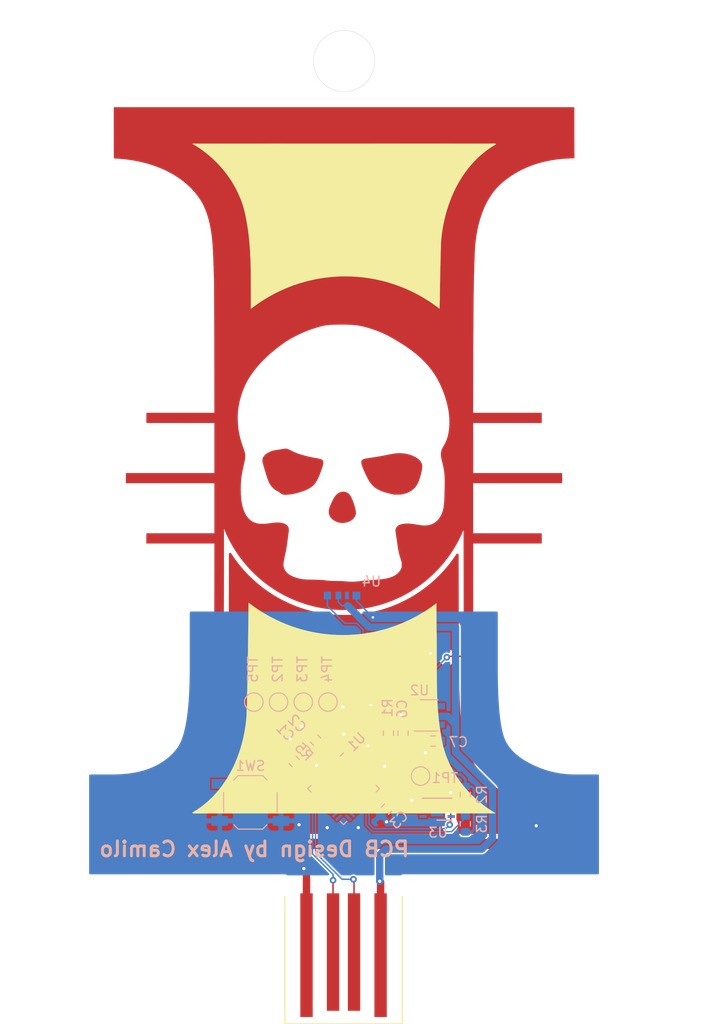
<source format=kicad_pcb>
(kicad_pcb (version 20171130) (host pcbnew "(5.1.8)-1")
  (title_block (rev 1))
  (layers (0 Front signal hide) (31 Back signal) (34 B.Paste user) (35 F.Paste user) (36 B.SilkS user) (37 F.SilkS user) (38 B.Mask user) (39 F.Mask user) (44 Edge.Cuts user))
  (net 0 "")
  (net 1 "Net-(C1-Pad2)")
  (net 2 GND)
  (net 3 +3V3)
  (net 4 +5VP)
  (net 5 D+)
  (net 6 D-)
  (net 7 "Net-(R1-Pad1)")
  (net 8 "Net-(R4-Pad2)")
  (net 9 "Net-(R5-Pad1)")
  (net 10 "Net-(TP2-Pad1)")
  (net 11 "Net-(TP3-Pad1)")
  (net 12 "Net-(U1-Pad1)")
  (net 13 "Net-(U1-Pad2)")
  (net 14 "Net-(U1-Pad3)")
  (net 15 "Net-(U1-Pad4)")
  (net 16 "Net-(U1-Pad5)")
  (net 17 "Net-(U1-Pad13)")
  (net 18 "Net-(U1-Pad14)")
  (net 19 "Net-(U1-Pad15)")
  (net 20 "Net-(U1-Pad16)")
  (net 21 "Net-(U1-Pad17)")
  (net 22 "Net-(U1-Pad18)")
  (net 23 "Net-(U1-Pad19)")
  (net 24 "Net-(U1-Pad20)")
  (net 25 "Net-(U1-Pad21)")
  (net 26 "Net-(U1-Pad22)")
  (net 27 "Net-(U1-Pad25)")
  (net 28 "Net-(U1-Pad27)")
  (net 29 "Net-(U1-Pad33)")
  (net 30 "Net-(U2-Pad4)")
  (net 31 SDA)
  (net 32 SCL)
  (net 33 "Net-(U4-Pad3)")
  (net 34 NEO)
  (net 35 touch)
  (module artwork:rosette-pcb-black-white (layer Front) (at 150.12 83.56)
    (fp_text reference Ref** hide)
    (fp_text value Val** hide)
    (fp_poly (pts (xy 27.789895 -41.724204) (xy 27.789996 -41.532354) (xy 27.790199 -41.334539) (xy 27.790496 -41.132628) (xy 27.790883 -40.928492) (xy 27.791353 -40.724003) (xy 27.791899 -40.521032) (xy 27.792515 -40.321449) (xy 27.793195 -40.127126) (xy 27.793934 -39.939934) (xy 27.794723 -39.761744) (xy 27.795558 -39.594426) (xy 27.796432 -39.439852) (xy 27.797339 -39.299893) (xy 27.798272 -39.17642) (xy 27.798504 -39.148926) (xy 27.799598 -39.015874) (xy 27.800549 -38.887503) (xy 27.801354 -38.765143) (xy 27.802008 -38.650127) (xy 27.802506 -38.543784) (xy 27.802846 -38.447447) (xy 27.803022 -38.362447) (xy 27.803031 -38.290114) (xy 27.802868 -38.231779) (xy 27.802529 -38.188775) (xy 27.80201 -38.162431) (xy 27.801599 -38.155065) (xy 27.796498 -38.111353) (xy 27.621305 -38.10543) (xy 27.456345 -38.099738) (xy 27.309551 -38.094426) (xy 27.180276 -38.089468) (xy 27.067874 -38.084836) (xy 26.9717 -38.080503) (xy 26.891109 -38.076442) (xy 26.825454 -38.072627) (xy 26.806407 -38.07138) (xy 26.335958 -38.031317) (xy 25.872835 -37.975419) (xy 25.417446 -37.903818) (xy 24.9702 -37.816645) (xy 24.531504 -37.71403) (xy 24.101766 -37.596104) (xy 23.681393 -37.462999) (xy 23.270794 -37.314844) (xy 22.870376 -37.151771) (xy 22.480547 -36.97391) (xy 22.101715 -36.781392) (xy 21.734287 -36.574348) (xy 21.378672 -36.352909) (xy 21.312481 -36.309224) (xy 21.20367 -36.235101) (xy 21.08482 -36.151216) (xy 20.959806 -36.060469) (xy 20.832504 -35.965763) (xy 20.706791 -35.869996) (xy 20.586542 -35.776071) (xy 20.475634 -35.686888) (xy 20.424517 -35.644667) (xy 20.175684 -35.424815) (xy 19.937354 -35.189494) (xy 19.709624 -34.938913) (xy 19.49259 -34.673277) (xy 19.286349 -34.392793) (xy 19.090997 -34.097667) (xy 18.90663 -33.788107) (xy 18.733346 -33.464319) (xy 18.571241 -33.12651) (xy 18.42041 -32.774885) (xy 18.280951 -32.409653) (xy 18.15296 -32.03102) (xy 18.036533 -31.639192) (xy 17.931767 -31.234375) (xy 17.838758 -30.816778) (xy 17.757603 -30.386605) (xy 17.688398 -29.944065) (xy 17.65828 -29.718) (xy 17.640231 -29.570666) (xy 17.624318 -29.432065) (xy 17.610304 -29.29915) (xy 17.597952 -29.168873) (xy 17.587024 -29.038188) (xy 17.577284 -28.904045) (xy 17.568494 -28.763399) (xy 17.560416 -28.6132) (xy 17.552815 -28.450402) (xy 17.545452 -28.271957) (xy 17.545163 -28.264556) (xy 17.536069 -28.02739) (xy 17.527382 -27.793038) (xy 17.51909 -27.56079) (xy 17.511182 -27.329933) (xy 17.503649 -27.099756) (xy 17.496479 -26.869546) (xy 17.489662 -26.638592) (xy 17.483186 -26.406182) (xy 17.477043 -26.171604) (xy 17.471219 -25.934147) (xy 17.465706 -25.693097) (xy 17.460491 -25.447745) (xy 17.455566 -25.197377) (xy 17.450918 -24.941282) (xy 17.446537 -24.678749) (xy 17.442412 -24.409064) (xy 17.438533 -24.131517) (xy 17.43489 -23.845396) (xy 17.43147 -23.549989) (xy 17.428264 -23.244583) (xy 17.425261 -22.928468) (xy 17.42245 -22.600931) (xy 17.41982 -22.261261) (xy 17.417362 -21.908745) (xy 17.415063 -21.542672) (xy 17.412914 -21.162331) (xy 17.410903 -20.767008) (xy 17.40902 -20.355993) (xy 17.407255 -19.928573) (xy 17.405596 -19.484037) (xy 17.404033 -19.021673) (xy 17.403453 -18.838333) (xy 17.402642 -18.577104) (xy 17.401804 -18.307727) (xy 17.400945 -18.031698) (xy 17.400069 -17.750508) (xy 17.399181 -17.465653) (xy 17.398285 -17.178625) (xy 17.397387 -16.890919) (xy 17.396491 -16.604028) (xy 17.395601 -16.319445) (xy 17.394722 -16.038665) (xy 17.39386 -15.763181) (xy 17.393018 -15.494487) (xy 17.392201 -15.234076) (xy 17.391414 -14.983442) (xy 17.390662 -14.744078) (xy 17.389949 -14.51748) (xy 17.38928 -14.305139) (xy 17.38866 -14.10855) (xy 17.388093 -13.929207) (xy 17.388066 -13.920611) (xy 17.381881 -11.966222) (xy 24.440444 -11.966222) (xy 24.440444 -11.501936) (xy 24.440322 -11.408053) (xy 24.439973 -11.318162) (xy 24.43942 -11.234368) (xy 24.438689 -11.158772) (xy 24.437803 -11.093477) (xy 24.436787 -11.040585) (xy 24.435664 -11.002201) (xy 24.434461 -10.980425) (xy 24.4344 -10.979824) (xy 24.428357 -10.922) (xy 17.381848 -10.922) (xy 17.388056 -10.618611) (xy 17.388626 -10.581204) (xy 17.389182 -10.525944) (xy 17.389722 -10.453793) (xy 17.390243 -10.365712) (xy 17.390743 -10.262664) (xy 17.39122 -10.14561) (xy 17.391672 -10.015512) (xy 17.392095 -9.873332) (xy 17.392488 -9.720032) (xy 17.392848 -9.556573) (xy 17.393174 -9.383918) (xy 17.393462 -9.203027) (xy 17.393711 -9.014864) (xy 17.393918 -8.820389) (xy 17.39408 -8.620565) (xy 17.394196 -8.416353) (xy 17.394263 -8.208716) (xy 17.39428 -8.045685) (xy 17.394296 -5.776148) (xy 26.538296 -5.776148) (xy 26.538296 -4.741333) (xy 17.384889 -4.741333) (xy 17.384889 0.404494) (xy 24.435741 0.409222) (xy 24.43858 0.860778) (xy 24.439031 0.953866) (xy 24.43921 1.043366) (xy 24.43913 1.127076) (xy 24.438805 1.202793) (xy 24.438248 1.268316) (xy 24.437472 1.321442) (xy 24.43649 1.359968) (xy 24.435425 1.380537) (xy 24.429432 1.448741) (xy 17.391336 1.448741) (xy 17.397497 6.770981) (xy 17.398173 7.33117) (xy 17.398883 7.873387) (xy 17.399627 8.397603) (xy 17.400405 8.903788) (xy 17.401217 9.391912) (xy 17.402063 9.861947) (xy 17.402942 10.313863) (xy 17.403854 10.74763) (xy 17.4048 11.163219) (xy 17.405779 11.560601) (xy 17.406791 11.939745) (xy 17.407836 12.300623) (xy 17.408914 12.643204) (xy 17.410025 12.96746) (xy 17.411168 13.273361) (xy 17.412344 13.560877) (xy 17.413552 13.829979) (xy 17.414793 14.080638) (xy 17.416066 14.312824) (xy 17.41737 14.526507) (xy 17.418707 14.721658) (xy 17.420076 14.898248) (xy 17.421477 15.056246) (xy 17.422909 15.195624) (xy 17.424372 15.316353) (xy 17.425867 15.418401) (xy 17.427394 15.501741) (xy 17.428951 15.566343) (xy 17.43054 15.612176) (xy 17.431492 15.630407) (xy 17.436305 15.710533) (xy 17.441681 15.80937) (xy 17.447622 15.926929) (xy 17.454128 16.063223) (xy 17.461199 16.218264) (xy 17.468836 16.392066) (xy 17.47704 16.584639) (xy 17.485811 16.795996) (xy 17.493117 16.975667) (xy 17.505001 17.262615) (xy 17.516822 17.531886) (xy 17.528673 17.784618) (xy 17.540649 18.021948) (xy 17.552843 18.245013) (xy 17.565349 18.454951) (xy 17.57826 18.6529) (xy 17.591671 18.839996) (xy 17.605675 19.017377) (xy 17.620366 19.186181) (xy 17.635838 19.347545) (xy 17.652184 19.502606) (xy 17.669499 19.652502) (xy 17.687875 19.79837) (xy 17.707407 19.941347) (xy 17.728189 20.082571) (xy 17.750314 20.22318) (xy 17.771125 20.348222) (xy 17.84315 20.732414) (xy 17.925657 21.101573) (xy 18.018611 21.455608) (xy 18.12198 21.794431) (xy 18.235731 22.117951) (xy 18.35983 22.426079) (xy 18.494244 22.718723) (xy 18.63894 22.995795) (xy 18.793886 23.257205) (xy 18.907272 23.429148) (xy 19.132116 23.738964) (xy 19.372315 24.037981) (xy 19.627757 24.326115) (xy 19.898332 24.60328) (xy 20.183928 24.869392) (xy 20.484433 25.124366) (xy 20.799736 25.368117) (xy 21.129726 25.600559) (xy 21.474291 25.821609) (xy 21.83332 26.031181) (xy 22.206701 26.22919) (xy 22.594322 26.415552) (xy 22.996074 26.590181) (xy 23.123199 26.641813) (xy 23.531728 26.796076) (xy 23.952875 26.937596) (xy 24.385104 27.066025) (xy 24.82688 27.181017) (xy 25.276664 27.282222) (xy 25.732922 27.369294) (xy 26.194116 27.441884) (xy 26.65871 27.499645) (xy 27.08863 27.539451) (xy 27.149446 27.543997) (xy 27.223897 27.549316) (xy 27.306839 27.555054) (xy 27.393125 27.560859) (xy 27.47761 27.566379) (xy 27.528426 27.569603) (xy 27.789481 27.585936) (xy 27.789481 32.831852) (xy -19.567408 32.831852) (xy -19.56764 30.778685) (xy -19.567706 30.575605) (xy -19.567857 30.37318) (xy -19.568088 30.172569) (xy -19.568395 29.974929) (xy -19.568774 29.781418) (xy -19.56922 29.593193) (xy -19.569729 29.411412) (xy -19.570298 29.237233) (xy -19.57092 29.071813) (xy -19.571593 28.91631) (xy -19.572312 28.771881) (xy -19.573073 28.639685) (xy -19.573774 28.53533) (xy -18.601474 28.53533) (xy -18.595267 28.964387) (xy -18.594465 29.029811) (xy -18.593693 29.112331) (xy -18.592958 29.210231) (xy -18.592266 29.321792) (xy -18.591623 29.445297) (xy -18.591037 29.579028) (xy -18.590513 29.721268) (xy -18.590059 29.870298) (xy -18.58968 30.0244) (xy -18.589385 30.181858) (xy -18.589178 30.340953) (xy -18.589066 30.499967) (xy -18.589048 30.590537) (xy -18.589037 31.78763) (xy 26.811111 31.78763) (xy 26.811111 30.159853) (xy 26.811087 29.947236) (xy 26.81101 29.75273) (xy 26.810876 29.575632) (xy 26.810679 29.415236) (xy 26.810415 29.27084) (xy 26.810078 29.14174) (xy 26.809664 29.027231) (xy 26.809167 28.92661) (xy 26.808582 28.839174) (xy 26.807904 28.764217) (xy 26.807128 28.701037) (xy 26.806249 28.648929) (xy 26.805262 28.60719) (xy 26.804162 28.575116) (xy 26.802943 28.552003) (xy 26.801601 28.537147) (xy 26.800131 28.529845) (xy 26.799352 28.528807) (xy 26.786892 28.52696) (xy 26.758577 28.523614) (xy 26.717279 28.519081) (xy 26.665871 28.513673) (xy 26.607224 28.507702) (xy 26.58063 28.505052) (xy 26.285055 28.472151) (xy 25.981026 28.431337) (xy 25.671444 28.383216) (xy 25.359215 28.328394) (xy 25.04724 28.267475) (xy 24.738424 28.201066) (xy 24.43567 28.129772) (xy 24.141881 28.054197) (xy 23.859961 27.974949) (xy 23.592813 27.892631) (xy 23.504407 27.863565) (xy 23.349936 27.811583) (xy 23.210883 27.764073) (xy 23.084657 27.720067) (xy 22.968665 27.678599) (xy 22.860314 27.638702) (xy 22.757012 27.59941) (xy 22.656165 27.559756) (xy 22.555182 27.518773) (xy 22.451469 27.475494) (xy 22.366111 27.439135) (xy 22.17912 27.356557) (xy 21.985583 27.266764) (xy 21.790869 27.17239) (xy 21.600345 27.07607) (xy 21.41938 26.980439) (xy 21.317185 26.924243) (xy 21.253283 26.887725) (xy 21.176792 26.842712) (xy 21.090797 26.791111) (xy 20.998385 26.734836) (xy 20.902639 26.675795) (xy 20.806646 26.6159) (xy 20.713491 26.557061) (xy 20.62626 26.501188) (xy 20.548037 26.450193) (xy 20.499745 26.418053) (xy 20.208121 26.21315) (xy 19.924007 25.996288) (xy 19.648366 25.768536) (xy 19.382156 25.530962) (xy 19.126339 25.284635) (xy 18.881874 25.030621) (xy 18.649724 24.76999) (xy 18.430846 24.503809) (xy 18.226204 24.233148) (xy 18.036756 23.959073) (xy 17.863463 23.682653) (xy 17.707286 23.404956) (xy 17.60075 23.193963) (xy 17.446682 22.854053) (xy 17.305697 22.503665) (xy 17.177622 22.142197) (xy 17.062279 21.769043) (xy 16.959493 21.383603) (xy 16.869088 20.985272) (xy 16.790887 20.573446) (xy 16.736526 20.23063) (xy 16.715687 20.082732) (xy 16.696174 19.93474) (xy 16.677899 19.785427) (xy 16.660774 19.633564) (xy 16.644708 19.477925) (xy 16.629615 19.317281) (xy 16.615405 19.150404) (xy 16.601989 18.976068) (xy 16.58928 18.793044) (xy 16.577188 18.600106) (xy 16.565626 18.396024) (xy 16.554503 18.179572) (xy 16.543732 17.949522) (xy 16.533225 17.704647) (xy 16.522891 17.443718) (xy 16.512644 17.165509) (xy 16.510091 17.093259) (xy 16.503262 16.901498) (xy 16.496583 16.719731) (xy 16.490093 16.548922) (xy 16.483833 16.390038) (xy 16.477844 16.244043) (xy 16.472166 16.111904) (xy 16.46684 15.994586) (xy 16.461906 15.893054) (xy 16.457406 15.808274) (xy 16.453379 15.741212) (xy 16.452895 15.733889) (xy 16.451568 15.707191) (xy 16.450262 15.66699) (xy 16.448976 15.613124) (xy 16.447709 15.54543) (xy 16.446462 15.463745) (xy 16.445233 15.367907) (xy 16.444021 15.257752) (xy 16.442826 15.133118) (xy 16.441648 14.993843) (xy 16.440485 14.839762) (xy 16.439338 14.670714) (xy 16.438204 14.486536) (xy 16.437085 14.287065) (xy 16.435978 14.072139) (xy 16.434884 13.841593) (xy 16.433802 13.595267) (xy 16.432731 13.332997) (xy 16.431671 13.054619) (xy 16.43062 12.759973) (xy 16.429578 12.448894) (xy 16.428545 12.121219) (xy 16.42752 11.776787) (xy 16.426502 11.415435) (xy 16.42549 11.036999) (xy 16.424485 10.641317) (xy 16.423485 10.228226) (xy 16.422489 9.797563) (xy 16.421498 9.349166) (xy 16.420509 8.882871) (xy 16.419524 8.398517) (xy 16.41854 7.89594) (xy 16.417558 7.374978) (xy 16.416577 6.835467) (xy 16.415951 6.481704) (xy 16.415366 6.148496) (xy 16.414782 5.819096) (xy 16.414202 5.494043) (xy 16.413626 5.173878) (xy 16.413056 4.85914) (xy 16.412492 4.550369) (xy 16.411935 4.248104) (xy 16.411387 3.952886) (xy 16.410848 3.665254) (xy 16.410321 3.385748) (xy 16.409805 3.114907) (xy 16.409301 2.853272) (xy 16.408812 2.601382) (xy 16.408338 2.359778) (xy 16.407879 2.128997) (xy 16.407438 1.909582) (xy 16.407015 1.70207) (xy 16.406611 1.507003) (xy 16.406228 1.324919) (xy 16.405865 1.156359) (xy 16.405526 1.001862) (xy 16.40521 0.861968) (xy 16.404918 0.737217) (xy 16.404652 0.628148) (xy 16.404413 0.535302) (xy 16.404202 0.459217) (xy 16.40402 0.400435) (xy 16.403867 0.359494) (xy 16.403767 0.339898) (xy 16.401815 0.044797) (xy 16.332227 0.208195) (xy 16.128482 0.662672) (xy 15.908105 1.108553) (xy 15.671419 1.545398) (xy 15.418745 1.972769) (xy 15.150407 2.390225) (xy 14.866726 2.797329) (xy 14.568025 3.19364) (xy 14.254627 3.57872) (xy 13.926854 3.952128) (xy 13.585029 4.313427) (xy 13.229473 4.662177) (xy 12.86051 4.997938) (xy 12.73763 5.104305) (xy 12.353711 5.420254) (xy 11.959064 5.720901) (xy 11.554177 6.006025) (xy 11.139538 6.275406) (xy 10.715634 6.528822) (xy 10.282955 6.766052) (xy 9.841987 6.986875) (xy 9.393219 7.191069) (xy 8.937138 7.378413) (xy 8.474233 7.548687) (xy 8.00499 7.701668) (xy 7.529899 7.837136) (xy 7.049447 7.95487) (xy 6.564123 8.054648) (xy 6.074413 8.136249) (xy 6.038562 8.14148) (xy 5.832992 8.169565) (xy 5.626412 8.19444) (xy 5.414762 8.216518) (xy 5.193985 8.236208) (xy 4.960021 8.253924) (xy 4.868333 8.260124) (xy 4.798208 8.263919) (xy 4.712184 8.26726) (xy 4.613171 8.270124) (xy 4.50408 8.27249) (xy 4.387822 8.274335) (xy 4.267307 8.275638) (xy 4.145446 8.276374) (xy 4.02515 8.276524) (xy 3.909329 8.276063) (xy 3.800893 8.274971) (xy 3.702755 8.273224) (xy 3.617823 8.270801) (xy 3.59363 8.269867) (xy 3.149428 8.245027) (xy 2.716753 8.207765) (xy 2.292632 8.157646) (xy 1.874092 8.094239) (xy 1.458161 8.017111) (xy 1.041867 7.925829) (xy 0.771407 7.859148) (xy 0.294505 7.7269) (xy -0.176259 7.577002) (xy -0.640413 7.409744) (xy -1.097486 7.225415) (xy -1.547007 7.024307) (xy -1.988506 6.80671) (xy -2.421511 6.572913) (xy -2.845551 6.323207) (xy -3.260156 6.057882) (xy -3.664855 5.777229) (xy -4.059176 5.481538) (xy -4.442648 5.171099) (xy -4.814802 4.846202) (xy -5.175164 4.507138) (xy -5.523266 4.154197) (xy -5.858635 3.787669) (xy -5.886871 3.755518) (xy -6.20989 3.372289) (xy -6.5176 2.97813) (xy -6.809902 2.573192) (xy -7.086696 2.157621) (xy -7.34788 1.731568) (xy -7.593355 1.29518) (xy -7.755344 0.984516) (xy -7.814352 0.866522) (xy -7.869511 0.753645) (xy -7.922274 0.642687) (xy -7.974094 0.530448) (xy -8.026425 0.413727) (xy -8.080718 0.289326) (xy -8.138427 0.154045) (xy -8.201005 0.004685) (xy -8.208816 -0.014111) (xy -8.240071 -0.08937) (xy -8.24047 2.361259) (xy -8.24066 2.918576) (xy -8.241043 3.470694) (xy -8.241618 4.017095) (xy -8.242382 4.557263) (xy -8.243331 5.09068) (xy -8.244463 5.616831) (xy -8.245774 6.135197) (xy -8.247263 6.645262) (xy -8.248925 7.14651) (xy -8.250759 7.638422) (xy -8.25276 8.120483) (xy -8.254927 8.592175) (xy -8.257257 9.052981) (xy -8.259746 9.502384) (xy -8.262391 9.939868) (xy -8.26519 10.364915) (xy -8.268139 10.777009) (xy -8.271237 11.175632) (xy -8.274479 11.560268) (xy -8.277864 11.9304) (xy -8.281387 12.28551) (xy -8.285047 12.625082) (xy -8.28884 12.948599) (xy -8.292764 13.255544) (xy -8.296815 13.5454) (xy -8.30099 13.817651) (xy -8.305287 14.071778) (xy -8.306766 14.153444) (xy -8.311309 14.390999) (xy -8.316239 14.632109) (xy -8.321522 14.875767) (xy -8.327128 15.120963) (xy -8.333024 15.36669) (xy -8.339177 15.611939) (xy -8.345556 15.855702) (xy -8.352129 16.096971) (xy -8.358863 16.334738) (xy -8.365726 16.567993) (xy -8.372686 16.79573) (xy -8.379711 17.016939) (xy -8.386769 17.230612) (xy -8.393828 17.435741) (xy -8.400855 17.631318) (xy -8.407819 17.816334) (xy -8.414687 17.989781) (xy -8.421427 18.150651) (xy -8.428007 18.297936) (xy -8.434395 18.430626) (xy -8.440558 18.547715) (xy -8.446466 18.648193) (xy -8.452084 18.731052) (xy -8.453081 18.744259) (xy -8.497258 19.228538) (xy -8.554423 19.701838) (xy -8.624487 20.163874) (xy -8.707365 20.614363) (xy -8.802971 21.053019) (xy -8.911216 21.479558) (xy -9.032014 21.893697) (xy -9.165279 22.295151) (xy -9.310925 22.683635) (xy -9.468863 23.058865) (xy -9.639008 23.420558) (xy -9.821272 23.768428) (xy -10.01557 24.102191) (xy -10.154159 24.320397) (xy -10.364848 24.625328) (xy -10.586023 24.915112) (xy -10.818738 25.190883) (xy -11.06405 25.453777) (xy -11.323012 25.704928) (xy -11.59668 25.945469) (xy -11.867445 26.162277) (xy -12.051422 26.301787) (xy -12.224004 26.429537) (xy -12.387279 26.546894) (xy -12.543332 26.655221) (xy -12.694251 26.755885) (xy -12.842123 26.850249) (xy -12.989035 26.939679) (xy -13.137074 27.025539) (xy -13.288326 27.109194) (xy -13.430608 27.184602) (xy -13.808147 27.372038) (xy -14.192721 27.545243) (xy -14.584987 27.704393) (xy -14.985606 27.849661) (xy -15.395237 27.981222) (xy -15.814539 28.09925) (xy -16.244171 28.203921) (xy -16.684793 28.295407) (xy -17.137063 28.373884) (xy -17.601641 28.439526) (xy -18.079187 28.492507) (xy -18.512941 28.52896) (xy -18.601474 28.53533) (xy -19.573774 28.53533) (xy -19.573872 28.520878) (xy -19.574703 28.416618) (xy -19.575564 28.328063) (xy -19.576449 28.256371) (xy -19.577069 28.217518) (xy -19.578721 28.119318) (xy -19.580063 28.02507) (xy -19.581085 27.936777) (xy -19.581773 27.85644) (xy -19.582116 27.786061) (xy -19.582102 27.72764) (xy -19.581719 27.683181) (xy -19.580954 27.654683) (xy -19.580512 27.647915) (xy -19.574758 27.586312) (xy -19.206546 27.574761) (xy -19.117523 27.571845) (xy -19.02791 27.568682) (xy -18.940977 27.565405) (xy -18.859994 27.562145) (xy -18.78823 27.559032) (xy -18.728955 27.556199) (xy -18.687815 27.553924) (xy -18.215849 27.516901) (xy -17.751952 27.464625) (xy -17.296496 27.397218) (xy -16.849852 27.3148) (xy -16.412393 27.217494) (xy -15.984491 27.10542) (xy -15.566517 26.978699) (xy -15.158844 26.837454) (xy -14.761842 26.681804) (xy -14.375885 26.511872) (xy -14.001344 26.327779) (xy -13.638591 26.129646) (xy -13.287998 25.917594) (xy -12.949936 25.691745) (xy -12.925778 25.674735) (xy -12.859558 25.627159) (xy -12.782039 25.570147) (xy -12.696484 25.506177) (xy -12.606155 25.437729) (xy -12.514315 25.36728) (xy -12.424227 25.297309) (xy -12.339155 25.230294) (xy -12.30866 25.205991) (xy -12.054835 24.990942) (xy -11.811917 24.76063) (xy -11.579973 24.515172) (xy -11.359073 24.254684) (xy -11.149284 23.979283) (xy -10.950674 23.689085) (xy -10.763313 23.384207) (xy -10.587268 23.064765) (xy -10.422607 22.730876) (xy -10.269398 22.382656) (xy -10.127711 22.020223) (xy -9.997612 21.643691) (xy -9.879171 21.253179) (xy -9.783591 20.893852) (xy -9.6949 20.512222) (xy -9.617158 20.122554) (xy -9.55004 19.722884) (xy -9.493222 19.311249) (xy -9.446376 18.885687) (xy -9.440288 18.821589) (xy -9.432977 18.734649) (xy -9.425516 18.629681) (xy -9.417931 18.507468) (xy -9.410245 18.368797) (xy -9.402481 18.214453) (xy -9.394662 18.04522) (xy -9.386812 17.861884) (xy -9.378955 17.66523) (xy -9.371113 17.456042) (xy -9.363311 17.235107) (xy -9.355572 17.003209) (xy -9.347919 16.761134) (xy -9.340376 16.509665) (xy -9.332966 16.24959) (xy -9.325713 15.981692) (xy -9.31864 15.706757) (xy -9.311771 15.42557) (xy -9.305129 15.138917) (xy -9.298737 14.847581) (xy -9.292619 14.552349) (xy -9.286799 14.254005) (xy -9.2813 13.953335) (xy -9.276145 13.651124) (xy -9.271358 13.348157) (xy -9.266962 13.045218) (xy -9.266355 13.001037) (xy -9.264128 12.828616) (xy -9.261906 12.638286) (xy -9.259695 12.430949) (xy -9.257498 12.207513) (xy -9.255319 11.96888) (xy -9.253163 11.715956) (xy -9.251034 11.449646) (xy -9.248936 11.170854) (xy -9.246875 10.880486) (xy -9.244853 10.579445) (xy -9.242876 10.268636) (xy -9.240947 9.948965) (xy -9.239072 9.621336) (xy -9.237253 9.286653) (xy -9.235497 8.945822) (xy -9.233806 8.599747) (xy -9.232186 8.249334) (xy -9.23064 7.895485) (xy -9.229173 7.539107) (xy -9.22779 7.181105) (xy -9.226494 6.822382) (xy -9.22529 6.463844) (xy -9.224182 6.106395) (xy -9.223175 5.75094) (xy -9.222272 5.398384) (xy -9.221479 5.049631) (xy -9.220799 4.705587) (xy -9.220237 4.367156) (xy -9.219797 4.035242) (xy -9.219483 3.710751) (xy -9.2193 3.394587) (xy -9.219251 3.130315) (xy -9.219259 1.448741) (xy -16.21837 1.448741) (xy -16.21837 0.984454) (xy -16.218249 0.890571) (xy -16.217899 0.800681) (xy -16.217347 0.716886) (xy -16.216615 0.64129) (xy -16.215729 0.575995) (xy -16.214713 0.523104) (xy -16.213591 0.484719) (xy -16.212387 0.462944) (xy -16.212327 0.462343) (xy -16.206283 0.404518) (xy -9.219259 0.404518) (xy -9.219259 -4.741333) (xy -18.316222 -4.741333) (xy -18.316222 -5.776148) (xy -9.219259 -5.776148) (xy -9.219259 -10.921975) (xy -12.716463 -10.924339) (xy -16.213667 -10.926704) (xy -16.216506 -11.378259) (xy -16.216814 -11.442029) (xy -6.825065 -11.442029) (xy -6.824328 -11.329273) (xy -6.822822 -11.218535) (xy -6.820561 -11.112789) (xy -6.817555 -11.015009) (xy -6.813817 -10.928168) (xy -6.80936 -10.855239) (xy -6.807952 -10.837333) (xy -6.775036 -10.504702) (xy -6.732603 -10.184787) (xy -6.67983 -9.873831) (xy -6.615898 -9.568077) (xy -6.539986 -9.263769) (xy -6.451273 -8.957152) (xy -6.348937 -8.644467) (xy -6.296098 -8.494889) (xy -6.250036 -8.366814) (xy -6.210195 -8.254459) (xy -6.176144 -8.155941) (xy -6.147456 -8.069379) (xy -6.1237 -7.992891) (xy -6.104449 -7.924596) (xy -6.089273 -7.862612) (xy -6.077742 -7.805057) (xy -6.069429 -7.75005) (xy -6.063903 -7.695709) (xy -6.060737 -7.640152) (xy -6.0595 -7.581498) (xy -6.059764 -7.517866) (xy -6.060755 -7.462713) (xy -6.062528 -7.395968) (xy -6.065023 -7.336893) (xy -6.06868 -7.282534) (xy -6.07394 -7.229937) (xy -6.081245 -7.176149) (xy -6.091034 -7.118217) (xy -6.103748 -7.053187) (xy -6.119829 -6.978106) (xy -6.139716 -6.890019) (xy -6.15802 -6.810963) (xy -6.206516 -6.60066) (xy -6.25011 -6.406665) (xy -6.289108 -6.227208) (xy -6.323814 -6.060518) (xy -6.354535 -5.904823) (xy -6.381576 -5.758354) (xy -6.405242 -5.619338) (xy -6.425839 -5.486005) (xy -6.443673 -5.356583) (xy -6.459048 -5.229302) (xy -6.472271 -5.102391) (xy -6.483646 -4.974079) (xy -6.490676 -4.882444) (xy -6.500459 -4.722151) (xy -6.507684 -4.5503) (xy -6.512361 -4.370613) (xy -6.5145 -4.186816) (xy -6.514114 -4.002632) (xy -6.511211 -3.821784) (xy -6.505803 -3.647996) (xy -6.497901 -3.484992) (xy -6.487516 -3.336496) (xy -6.486188 -3.320815) (xy -6.455555 -3.031153) (xy -6.41503 -2.757487) (xy -6.364611 -2.499804) (xy -6.304291 -2.258091) (xy -6.234067 -2.032335) (xy -6.153934 -1.822525) (xy -6.063888 -1.628647) (xy -5.963924 -1.450689) (xy -5.854037 -1.288637) (xy -5.734223 -1.142481) (xy -5.687409 -1.092463) (xy -5.558209 -0.971229) (xy -5.421553 -0.866389) (xy -5.276581 -0.777536) (xy -5.122434 -0.704263) (xy -4.958255 -0.646165) (xy -4.783185 -0.602834) (xy -4.596366 -0.573865) (xy -4.590815 -0.57324) (xy -4.536129 -0.568747) (xy -4.466755 -0.565505) (xy -4.386779 -0.563512) (xy -4.300286 -0.562767) (xy -4.211363 -0.563269) (xy -4.124093 -0.565017) (xy -4.042564 -0.568009) (xy -3.97086 -0.572245) (xy -3.955815 -0.573426) (xy -3.924224 -0.576147) (xy -3.89181 -0.579175) (xy -3.856822 -0.58272) (xy -3.81751 -0.586992) (xy -3.772122 -0.5922) (xy -3.718908 -0.598555) (xy -3.656117 -0.606265) (xy -3.581997 -0.615541) (xy -3.494799 -0.626592) (xy -3.392771 -0.639628) (xy -3.274162 -0.654859) (xy -3.250259 -0.657934) (xy -3.114783 -0.673975) (xy -2.992056 -0.685383) (xy -2.876694 -0.692539) (xy -2.763315 -0.695828) (xy -2.713154 -0.696148) (xy -2.561111 -0.692458) (xy -2.423238 -0.680951) (xy -2.296306 -0.660973) (xy -2.177086 -0.631869) (xy -2.06235 -0.592985) (xy -1.948869 -0.543665) (xy -1.940053 -0.539397) (xy -1.886997 -0.512292) (xy -1.845185 -0.487355) (xy -1.808215 -0.460225) (xy -1.769686 -0.42654) (xy -1.757167 -0.414789) (xy -1.68034 -0.341879) (xy -1.697285 -0.288006) (xy -1.705537 -0.258709) (xy -1.709777 -0.237272) (xy -1.709444 -0.229345) (xy -1.704187 -0.234715) (xy -1.695606 -0.253578) (xy -1.68835 -0.273656) (xy -1.672043 -0.322754) (xy -1.649805 -0.286025) (xy -1.615437 -0.213558) (xy -1.590846 -0.126932) (xy -1.576281 -0.028211) (xy -1.57199 0.080541) (xy -1.578221 0.197259) (xy -1.584816 0.254) (xy -1.592292 0.309005) (xy -1.600889 0.372185) (xy -1.609183 0.433072) (xy -1.612345 0.456259) (xy -1.616546 0.487346) (xy -1.622881 0.53462) (xy -1.631023 0.595616) (xy -1.640643 0.66787) (xy -1.651413 0.748915) (xy -1.663005 0.836287) (xy -1.675091 0.92752) (xy -1.683686 0.992481) (xy -1.706704 1.165603) (xy -1.727822 1.322085) (xy -1.747382 1.463968) (xy -1.765729 1.593291) (xy -1.783207 1.712096) (xy -1.80016 1.822423) (xy -1.816931 1.926313) (xy -1.833865 2.025805) (xy -1.851306 2.122941) (xy -1.869597 2.219761) (xy -1.889083 2.318305) (xy -1.910107 2.420614) (xy -1.933013 2.528728) (xy -1.958145 2.644688) (xy -1.975443 2.723444) (xy -2.010064 2.882921) (xy -2.039768 3.025825) (xy -2.064645 3.15372) (xy -2.084782 3.268171) (xy -2.10027 3.37074) (xy -2.111199 3.462993) (xy -2.117657 3.546492) (xy -2.119734 3.622802) (xy -2.117519 3.693486) (xy -2.111103 3.760108) (xy -2.100574 3.824232) (xy -2.086022 3.887423) (xy -2.067535 3.951243) (xy -2.048842 4.007022) (xy -1.99286 4.139427) (xy -1.921032 4.263752) (xy -1.833149 4.380166) (xy -1.729002 4.488837) (xy -1.608383 4.589934) (xy -1.471082 4.683626) (xy -1.31689 4.770081) (xy -1.145599 4.849467) (xy -0.957001 4.921953) (xy -0.884296 4.946565) (xy -0.757875 4.986211) (xy -0.630307 5.022968) (xy -0.505766 5.055756) (xy -0.388426 5.083499) (xy -0.282461 5.105118) (xy -0.244593 5.111745) (xy -0.179791 5.121373) (xy -0.107357 5.130011) (xy -0.025865 5.137745) (xy 0.066111 5.144661) (xy 0.169997 5.150846) (xy 0.287219 5.156385) (xy 0.419203 5.161367) (xy 0.567373 5.165876) (xy 0.705555 5.169366) (xy 0.882414 5.173543) (xy 1.041866 5.177455) (xy 1.185315 5.181178) (xy 1.314166 5.184786) (xy 1.429824 5.188356) (xy 1.533694 5.191962) (xy 1.627181 5.19568) (xy 1.711688 5.199584) (xy 1.78862 5.203751) (xy 1.859383 5.208255) (xy 1.925381 5.213171) (xy 1.988018 5.218576) (xy 2.0487 5.224544) (xy 2.10883 5.23115) (xy 2.169814 5.23847) (xy 2.233056 5.246579) (xy 2.290704 5.254292) (xy 2.352943 5.26257) (xy 2.41035 5.269734) (xy 2.464976 5.275898) (xy 2.518874 5.281172) (xy 2.574094 5.285668) (xy 2.63269 5.289496) (xy 2.696714 5.29277) (xy 2.768216 5.295599) (xy 2.849251 5.298095) (xy 2.941869 5.300371) (xy 3.048122 5.302536) (xy 3.170063 5.304703) (xy 3.240852 5.305876) (xy 3.406409 5.308757) (xy 3.554663 5.311754) (xy 3.687123 5.314925) (xy 3.8053 5.318333) (xy 3.910704 5.322036) (xy 4.004847 5.326095) (xy 4.089239 5.330571) (xy 4.165391 5.335523) (xy 4.234812 5.341011) (xy 4.299015 5.347097) (xy 4.313632 5.348633) (xy 4.376325 5.354965) (xy 4.446477 5.36144) (xy 4.515052 5.367254) (xy 4.567632 5.371234) (xy 4.626693 5.374157) (xy 4.701017 5.375991) (xy 4.787086 5.376792) (xy 4.88138 5.376615) (xy 4.980383 5.375512) (xy 5.080576 5.373541) (xy 5.178442 5.370754) (xy 5.270462 5.367207) (xy 5.353119 5.362955) (xy 5.422894 5.358052) (xy 5.424537 5.357913) (xy 5.479314 5.353012) (xy 5.548467 5.346413) (xy 5.627681 5.338553) (xy 5.712636 5.329868) (xy 5.799018 5.320792) (xy 5.882507 5.311761) (xy 5.890203 5.310914) (xy 6.022959 5.296499) (xy 6.147192 5.283539) (xy 6.266506 5.271715) (xy 6.384508 5.260707) (xy 6.504802 5.250196) (xy 6.630994 5.239862) (xy 6.76669 5.229386) (xy 6.915494 5.218447) (xy 7.008518 5.211816) (xy 7.154158 5.201442) (xy 7.283078 5.192055) (xy 7.397339 5.183485) (xy 7.499002 5.17556) (xy 7.590127 5.16811) (xy 7.672774 5.160964) (xy 7.749003 5.153951) (xy 7.820874 5.146901) (xy 7.890448 5.139642) (xy 7.925741 5.135802) (xy 8.171977 5.104006) (xy 8.40144 5.064673) (xy 8.614676 5.017619) (xy 8.812231 4.962659) (xy 8.994651 4.899609) (xy 9.162482 4.828284) (xy 9.316271 4.7485) (xy 9.456562 4.660072) (xy 9.558432 4.583799) (xy 9.667567 4.486365) (xy 9.768735 4.377647) (xy 9.858993 4.261318) (xy 9.935395 4.141049) (xy 9.97595 4.063098) (xy 9.997313 4.016919) (xy 10.014056 3.976889) (xy 10.026682 3.939783) (xy 10.035693 3.902378) (xy 10.041591 3.861448) (xy 10.044879 3.813769) (xy 10.04606 3.756116) (xy 10.045636 3.685264) (xy 10.04459 3.62269) (xy 10.043273 3.555681) (xy 10.04174 3.499664) (xy 10.039441 3.451713) (xy 10.035824 3.408903) (xy 10.030338 3.368307) (xy 10.022434 3.327) (xy 10.011558 3.282056) (xy 9.997162 3.230548) (xy 9.978693 3.16955) (xy 9.955601 3.096138) (xy 9.93075 3.0181) (xy 9.894195 2.902468) (xy 9.861502 2.796604) (xy 9.832197 2.698338) (xy 9.805808 2.605498) (xy 9.78186 2.515914) (xy 9.759881 2.427413) (xy 9.739397 2.337825) (xy 9.719934 2.244978) (xy 9.70102 2.146701) (xy 9.68218 2.040823) (xy 9.662942 1.925173) (xy 9.642831 1.79758) (xy 9.621375 1.655872) (xy 9.5981 1.497877) (xy 9.595716 1.481518) (xy 9.58083 1.379913) (xy 9.564446 1.269104) (xy 9.547279 1.153865) (xy 9.530044 1.038969) (xy 9.513457 0.929188) (xy 9.498233 0.829295) (xy 9.487143 0.757296) (xy 9.468029 0.633361) (xy 9.451791 0.52641) (xy 9.438251 0.434863) (xy 9.427232 0.357139) (xy 9.418555 0.291657) (xy 9.412044 0.236837) (xy 9.40752 0.191098) (xy 9.404806 0.152859) (xy 9.403724 0.12054) (xy 9.404097 0.092559) (xy 9.405746 0.067336) (xy 9.407626 0.04998) (xy 9.419734 -0.007544) (xy 9.470048 -0.007544) (xy 9.474287 -0.005425) (xy 9.484125 -0.015477) (xy 9.492354 -0.028746) (xy 9.496898 -0.042929) (xy 9.493915 -0.047037) (xy 9.484463 -0.039428) (xy 9.474698 -0.022919) (xy 9.470048 -0.007544) (xy 9.419734 -0.007544) (xy 9.429247 -0.052735) (xy 9.451874 -0.108764) (xy 9.496787 -0.108764) (xy 9.503843 -0.111039) (xy 9.506925 -0.113503) (xy 9.518475 -0.129815) (xy 9.520296 -0.138115) (xy 9.516728 -0.147424) (xy 9.508775 -0.143049) (xy 9.500569 -0.128081) (xy 9.498653 -0.121905) (xy 9.496787 -0.108764) (xy 9.451874 -0.108764) (xy 9.467255 -0.146849) (xy 9.521246 -0.232251) (xy 9.590816 -0.308833) (xy 9.675562 -0.376483) (xy 9.77508 -0.435092) (xy 9.888967 -0.48455) (xy 10.01682 -0.524747) (xy 10.158235 -0.555571) (xy 10.312808 -0.576915) (xy 10.480135 -0.588667) (xy 10.659815 -0.590717) (xy 10.851442 -0.582956) (xy 11.054614 -0.565273) (xy 11.268926 -0.537558) (xy 11.451502 -0.507484) (xy 11.602255 -0.480939) (xy 11.736945 -0.458506) (xy 11.857812 -0.439924) (xy 11.967092 -0.424932) (xy 12.067024 -0.413267) (xy 12.159845 -0.404669) (xy 12.247793 -0.398875) (xy 12.333105 -0.395623) (xy 12.416585 -0.394652) (xy 12.591233 -0.400591) (xy 12.753861 -0.418626) (xy 12.907379 -0.449401) (xy 13.054695 -0.493557) (xy 13.198715 -0.551736) (xy 13.259741 -0.580918) (xy 13.411224 -0.667061) (xy 13.554185 -0.769394) (xy 13.687945 -0.887004) (xy 13.811824 -1.018977) (xy 13.925142 -1.164401) (xy 14.027221 -1.322362) (xy 14.11738 -1.491948) (xy 14.194941 -1.672246) (xy 14.259222 -1.862342) (xy 14.285874 -1.959606) (xy 14.306559 -2.044512) (xy 14.32531 -2.128994) (xy 14.342254 -2.214461) (xy 14.35752 -2.30232) (xy 14.371236 -2.393978) (xy 14.383529 -2.490842) (xy 14.394529 -2.594321) (xy 14.404363 -2.705822) (xy 14.413159 -2.826753) (xy 14.421046 -2.95852) (xy 14.428151 -3.102531) (xy 14.434602 -3.260195) (xy 14.440529 -3.432917) (xy 14.446058 -3.622107) (xy 14.449591 -3.758259) (xy 14.455296 -3.998968) (xy 14.459932 -4.222172) (xy 14.463409 -4.429157) (xy 14.465638 -4.621209) (xy 14.466528 -4.799611) (xy 14.465991 -4.965651) (xy 14.463937 -5.120612) (xy 14.460276 -5.265779) (xy 14.454919 -5.402439) (xy 14.447776 -5.531876) (xy 14.438759 -5.655375) (xy 14.427776 -5.774221) (xy 14.414739 -5.889701) (xy 14.399558 -6.003097) (xy 14.382145 -6.115697) (xy 14.362408 -6.228785) (xy 14.340258 -6.343646) (xy 14.315607 -6.461565) (xy 14.288365 -6.583828) (xy 14.258441 -6.71172) (xy 14.237906 -6.796852) (xy 14.208572 -6.917527) (xy 14.183424 -7.021828) (xy 14.162124 -7.111644) (xy 14.144331 -7.188865) (xy 14.129706 -7.255378) (xy 14.117908 -7.313072) (xy 14.108599 -7.363837) (xy 14.101437 -7.40956) (xy 14.096083 -7.45213) (xy 14.092198 -7.493437) (xy 14.089441 -7.535368) (xy 14.087473 -7.579812) (xy 14.085953 -7.628659) (xy 14.085558 -7.643519) (xy 14.084605 -7.759013) (xy 14.088434 -7.85962) (xy 14.097402 -7.948739) (xy 14.111867 -8.02977) (xy 14.132187 -8.106112) (xy 14.135277 -8.115867) (xy 14.155393 -8.170352) (xy 14.184411 -8.237667) (xy 14.2209 -8.314917) (xy 14.263431 -8.39921) (xy 14.31057 -8.487651) (xy 14.360889 -8.577348) (xy 14.378561 -8.607778) (xy 14.475138 -8.779383) (xy 14.558633 -8.943221) (xy 14.630604 -9.103341) (xy 14.692615 -9.263789) (xy 14.746224 -9.428614) (xy 14.792993 -9.601861) (xy 14.834483 -9.78758) (xy 14.835588 -9.793022) (xy 14.890143 -10.108122) (xy 14.927723 -10.430813) (xy 14.948362 -10.760638) (xy 14.952093 -11.097141) (xy 14.938949 -11.439866) (xy 14.908961 -11.788354) (xy 14.862163 -12.142151) (xy 14.798589 -12.500798) (xy 14.71827 -12.86384) (xy 14.621239 -13.230821) (xy 14.577932 -13.378027) (xy 14.488724 -13.658082) (xy 14.389757 -13.941823) (xy 14.282749 -14.224909) (xy 14.169414 -14.503001) (xy 14.051468 -14.771759) (xy 13.930626 -15.026844) (xy 13.908686 -15.070998) (xy 13.736394 -15.398632) (xy 13.553678 -15.713586) (xy 13.359393 -16.017394) (xy 13.152394 -16.31159) (xy 12.931534 -16.597707) (xy 12.69567 -16.87728) (xy 12.443654 -17.151844) (xy 12.174343 -17.422931) (xy 12.097926 -17.496288) (xy 11.922223 -17.660165) (xy 11.74601 -17.818021) (xy 11.567555 -17.971163) (xy 11.385125 -18.120894) (xy 11.196989 -18.268521) (xy 11.001413 -18.415349) (xy 10.796665 -18.562684) (xy 10.581013 -18.71183) (xy 10.352725 -18.864094) (xy 10.110067 -19.02078) (xy 9.896592 -19.155071) (xy 9.662776 -19.299374) (xy 9.442179 -19.432889) (xy 9.233196 -19.556416) (xy 9.034222 -19.670755) (xy 8.843653 -19.776705) (xy 8.659885 -19.875067) (xy 8.481311 -19.966639) (xy 8.306328 -20.052221) (xy 8.133332 -20.132613) (xy 7.960716 -20.208614) (xy 7.786877 -20.281024) (xy 7.61021 -20.350643) (xy 7.42911 -20.418269) (xy 7.241973 -20.484704) (xy 7.19721 -20.500139) (xy 6.963252 -20.578834) (xy 6.743712 -20.649288) (xy 6.536338 -20.711992) (xy 6.33888 -20.767435) (xy 6.149088 -20.816107) (xy 5.964712 -20.858496) (xy 5.783501 -20.895094) (xy 5.603206 -20.926389) (xy 5.421576 -20.952872) (xy 5.236361 -20.975031) (xy 5.045311 -20.993356) (xy 4.868474 -21.006843) (xy 4.771622 -21.012415) (xy 4.658364 -21.017184) (xy 4.53109 -21.021152) (xy 4.392192 -21.024318) (xy 4.24406 -21.026684) (xy 4.089086 -21.028249) (xy 3.929661 -21.029015) (xy 3.768176 -21.028982) (xy 3.607022 -21.02815) (xy 3.448589 -21.02652) (xy 3.29527 -21.024092) (xy 3.149455 -21.020867) (xy 3.013536 -21.016846) (xy 2.889903 -21.012029) (xy 2.780947 -21.006417) (xy 2.780404 -21.006384) (xy 2.641232 -20.996922) (xy 2.508632 -20.985335) (xy 2.380422 -20.971174) (xy 2.254419 -20.953993) (xy 2.128442 -20.933343) (xy 2.000308 -20.908775) (xy 1.867836 -20.879842) (xy 1.728843 -20.846096) (xy 1.581148 -20.807088) (xy 1.422568 -20.76237) (xy 1.250922 -20.711495) (xy 1.064027 -20.654014) (xy 1.063037 -20.653705) (xy 0.759884 -20.553713) (xy 0.45181 -20.441723) (xy 0.141123 -20.318871) (xy -0.169872 -20.186292) (xy -0.478865 -20.045122) (xy -0.783551 -19.896497) (xy -1.081622 -19.741553) (xy -1.37077 -19.581426) (xy -1.648688 -19.417251) (xy -1.91307 -19.250165) (xy -2.161608 -19.081303) (xy -2.229556 -19.032767) (xy -2.616862 -18.745456) (xy -2.985831 -18.456499) (xy -3.336899 -18.165461) (xy -3.670504 -17.871904) (xy -3.987084 -17.575395) (xy -4.287077 -17.275498) (xy -4.57092 -16.971777) (xy -4.839052 -16.663796) (xy -5.091908 -16.351122) (xy -5.329929 -16.033317) (xy -5.521617 -15.757769) (xy -5.704029 -15.470499) (xy -5.8748 -15.169543) (xy -6.033422 -14.856385) (xy -6.179385 -14.532509) (xy -6.312182 -14.199398) (xy -6.431303 -13.858535) (xy -6.536239 -13.511403) (xy -6.626482 -13.159486) (xy -6.701522 -12.804267) (xy -6.760851 -12.447229) (xy -6.80396 -12.089857) (xy -6.812672 -11.994444) (xy -6.8168 -11.932019) (xy -6.820086 -11.853771) (xy -6.822544 -11.762675) (xy -6.824185 -11.661704) (xy -6.825021 -11.55383) (xy -6.825065 -11.442029) (xy -16.216814 -11.442029) (xy -16.216957 -11.471347) (xy -16.217136 -11.560848) (xy -16.217056 -11.644558) (xy -16.216731 -11.720275) (xy -16.216174 -11.785798) (xy -16.215398 -11.838923) (xy -16.214416 -11.87745) (xy -16.213351 -11.898019) (xy -16.207358 -11.966222) (xy -9.22104 -11.966222) (xy -9.225141 -15.816204) (xy -9.225588 -16.216972) (xy -9.226075 -16.615671) (xy -9.226599 -17.011845) (xy -9.227158 -17.405037) (xy -9.227752 -17.794791) (xy -9.228379 -18.180649) (xy -9.229037 -18.562157) (xy -9.229725 -18.938857) (xy -9.230442 -19.310293) (xy -9.231186 -19.676008) (xy -9.231955 -20.035546) (xy -9.232749 -20.38845) (xy -9.233565 -20.734265) (xy -9.234403 -21.072533) (xy -9.23526 -21.402798) (xy -9.236136 -21.724604) (xy -9.237028 -22.037494) (xy -9.237936 -22.341012) (xy -9.238858 -22.634701) (xy -9.239793 -22.918105) (xy -9.240738 -23.190768) (xy -9.241694 -23.452232) (xy -9.242657 -23.702041) (xy -9.243627 -23.93974) (xy -9.244602 -24.164871) (xy -9.245581 -24.376979) (xy -9.246562 -24.575605) (xy -9.247544 -24.760295) (xy -9.248525 -24.930592) (xy -9.249505 -25.086039) (xy -9.250481 -25.22618) (xy -9.251452 -25.350558) (xy -9.252416 -25.458717) (xy -9.253373 -25.550201) (xy -9.25432 -25.624552) (xy -9.255256 -25.681315) (xy -9.25618 -25.720033) (xy -9.256807 -25.735933) (xy -9.260258 -25.804225) (xy -9.264195 -25.890712) (xy -9.268595 -25.994781) (xy -9.273435 -26.115817) (xy -9.278692 -26.253207) (xy -9.284345 -26.406339) (xy -9.290368 -26.574598) (xy -9.296741 -26.757372) (xy -9.303439 -26.954047) (xy -9.310441 -27.16401) (xy -9.313376 -27.253259) (xy -9.321411 -27.493219) (xy -9.329243 -27.715856) (xy -9.336948 -27.922657) (xy -9.3446 -28.115112) (xy -9.352277 -28.29471) (xy -9.360053 -28.46294) (xy -9.368003 -28.62129) (xy -9.376205 -28.77125) (xy -9.384732 -28.914308) (xy -9.393662 -29.051953) (xy -9.403069 -29.185674) (xy -9.413029 -29.316961) (xy -9.423618 -29.447301) (xy -9.426619 -29.482815) (xy -9.466896 -29.900047) (xy -9.515315 -30.300879) (xy -9.572043 -30.685952) (xy -9.637249 -31.055907) (xy -9.711098 -31.411387) (xy -9.793758 -31.75303) (xy -9.885396 -32.081479) (xy -9.986179 -32.397375) (xy -10.096275 -32.701358) (xy -10.21585 -32.994071) (xy -10.345071 -33.276153) (xy -10.484106 -33.548246) (xy -10.48841 -33.556222) (xy -10.517702 -33.607829) (xy -10.556231 -33.671748) (xy -10.602107 -33.745118) (xy -10.653444 -33.825075) (xy -10.708353 -33.908759) (xy -10.764946 -33.993308) (xy -10.821335 -34.075859) (xy -10.875632 -34.153552) (xy -10.925949 -34.223523) (xy -10.950788 -34.257074) (xy -11.158937 -34.521115) (xy -11.383971 -34.780892) (xy -11.624129 -35.034655) (xy -11.87765 -35.280653) (xy -12.142772 -35.517136) (xy -12.417735 -35.742355) (xy -12.540074 -35.836445) (xy -12.876212 -36.078359) (xy -13.225885 -36.307321) (xy -13.588892 -36.523237) (xy -13.965029 -36.726011) (xy -14.354095 -36.915546) (xy -14.755888 -37.091749) (xy -15.170206 -37.254523) (xy -15.596846 -37.403773) (xy -16.035606 -37.539403) (xy -16.307741 -37.615043) (xy -16.742872 -37.723981) (xy -17.176515 -37.818253) (xy -17.612323 -37.898506) (xy -18.053948 -37.965388) (xy -18.505044 -38.019546) (xy -18.697222 -38.038562) (xy -18.728715 -38.041282) (xy -18.77438 -38.044941) (xy -18.831809 -38.049366) (xy -18.898593 -38.054387) (xy -18.972324 -38.059832) (xy -19.050593 -38.06553) (xy -19.130992 -38.071309) (xy -19.211112 -38.076998) (xy -19.288544 -38.082426) (xy -19.36088 -38.087422) (xy -19.425711 -38.091813) (xy -19.480629 -38.095428) (xy -19.523226 -38.098097) (xy -19.551092 -38.099648) (xy -19.560352 -38.099976) (xy -19.560946 -38.10926) (xy -19.561527 -38.136604) (xy -19.562092 -38.181255) (xy -19.56264 -38.242459) (xy -19.563169 -38.319462) (xy -19.563676 -38.411509) (xy -19.56416 -38.517847) (xy -19.564618 -38.637722) (xy -19.565049 -38.770379) (xy -19.565451 -38.915064) (xy -19.565821 -39.071024) (xy -19.566157 -39.237505) (xy -19.566458 -39.413752) (xy -19.566721 -39.599011) (xy -19.566945 -39.792528) (xy -19.567127 -39.99355) (xy -19.567266 -40.201322) (xy -19.567358 -40.41509) (xy -19.567403 -40.6341) (xy -19.567408 -40.724667) (xy -19.567408 -43.349333) (xy 27.789481 -43.349333) (xy 27.789895 -41.724204)) (layer Front) (width 0.01))
    (fp_poly (pts (xy 4.159582 -3.855909) (xy 4.234132 -3.844798) (xy 4.256852 -3.839455) (xy 4.320211 -3.819039) (xy 4.387382 -3.791112) (xy 4.452611 -3.758517) (xy 4.510139 -3.7241) (xy 4.549579 -3.694776) (xy 4.627876 -3.617915) (xy 4.705013 -3.522687) (xy 4.780791 -3.409514) (xy 4.855007 -3.27882) (xy 4.927463 -3.131028) (xy 4.997957 -2.96656) (xy 5.06629 -2.785839) (xy 5.13226 -2.589289) (xy 5.195669 -2.377333) (xy 5.226146 -2.26647) (xy 5.262948 -2.122461) (xy 5.291854 -1.995237) (xy 5.312917 -1.884527) (xy 5.32619 -1.790064) (xy 5.330755 -1.735667) (xy 5.332899 -1.684021) (xy 5.332285 -1.643815) (xy 5.32832 -1.607796) (xy 5.320415 -1.568716) (xy 5.315513 -1.54859) (xy 5.272745 -1.415429) (xy 5.21399 -1.2917) (xy 5.139744 -1.177765) (xy 5.050505 -1.073986) (xy 4.946769 -0.980725) (xy 4.829032 -0.898344) (xy 4.697792 -0.827203) (xy 4.553544 -0.767665) (xy 4.396787 -0.720091) (xy 4.228015 -0.684844) (xy 4.106333 -0.668066) (xy 4.045106 -0.663054) (xy 3.976171 -0.660333) (xy 3.904543 -0.659841) (xy 3.835237 -0.661515) (xy 3.773269 -0.665293) (xy 3.731066 -0.670241) (xy 3.896588 -0.670241) (xy 3.899721 -0.670447) (xy 3.909471 -0.679461) (xy 3.920288 -0.693628) (xy 3.920739 -0.701434) (xy 3.912919 -0.698577) (xy 3.903737 -0.685195) (xy 3.896588 -0.670241) (xy 3.731066 -0.670241) (xy 3.723654 -0.67111) (xy 3.7131 -0.673008) (xy 3.540204 -0.714455) (xy 3.377097 -0.76783) (xy 3.225194 -0.832462) (xy 3.08591 -0.907679) (xy 2.960659 -0.992812) (xy 2.861844 -1.07665) (xy 2.788275 -1.150983) (xy 2.729133 -1.222121) (xy 2.681562 -1.29431) (xy 2.642708 -1.371794) (xy 2.614788 -1.443872) (xy 2.589674 -1.519233) (xy 2.571265 -1.582741) (xy 2.558622 -1.639736) (xy 2.550801 -1.695554) (xy 2.546862 -1.755536) (xy 2.545863 -1.825018) (xy 2.545897 -1.834444) (xy 2.546554 -1.893821) (xy 2.548257 -1.939842) (xy 2.551632 -1.977962) (xy 2.55731 -2.013637) (xy 2.565919 -2.05232) (xy 2.575165 -2.088444) (xy 2.60051 -2.177255) (xy 2.630971 -2.270175) (xy 2.667339 -2.369166) (xy 2.710406 -2.476189) (xy 2.760962 -2.593205) (xy 2.8198 -2.722176) (xy 2.887709 -2.865064) (xy 2.892012 -2.873963) (xy 2.959234 -3.009077) (xy 3.022548 -3.128108) (xy 3.083241 -3.233055) (xy 3.142602 -3.325919) (xy 3.20192 -3.4087) (xy 3.262482 -3.483397) (xy 3.325577 -3.55201) (xy 3.3348 -3.561359) (xy 3.419595 -3.640057) (xy 3.503862 -3.703857) (xy 3.592008 -3.755228) (xy 3.688439 -3.796637) (xy 3.797562 -3.830552) (xy 3.830229 -3.838856) (xy 3.904764 -3.852326) (xy 3.98866 -3.859664) (xy 4.075678 -3.860861) (xy 4.159582 -3.855909)) (layer Front) (width 0.01))
    (fp_poly (pts (xy -1.838065 -8.283533) (xy -1.769103 -8.273908) (xy -1.699309 -8.257156) (xy -1.671947 -8.248961) (xy -1.646926 -8.239503) (xy -1.607771 -8.222656) (xy -1.55708 -8.199633) (xy -1.497454 -8.171647) (xy -1.43149 -8.13991) (xy -1.361788 -8.105635) (xy -1.321741 -8.085607) (xy -1.21025 -8.030018) (xy -1.107953 -7.980294) (xy -1.012399 -7.935506) (xy -0.921137 -7.894725) (xy -0.831714 -7.857021) (xy -0.741681 -7.821466) (xy -0.648584 -7.787129) (xy -0.549974 -7.753083) (xy -0.443398 -7.718397) (xy -0.326406 -7.682142) (xy -0.196545 -7.64339) (xy -0.051364 -7.60121) (xy -0.020446 -7.59233) (xy 0.095169 -7.559625) (xy 0.20191 -7.53049) (xy 0.303003 -7.504201) (xy 0.401676 -7.480033) (xy 0.501156 -7.457259) (xy 0.604671 -7.435154) (xy 0.715446 -7.412993) (xy 0.83671 -7.390051) (xy 0.97169 -7.365602) (xy 1.048926 -7.351955) (xy 1.191777 -7.326415) (xy 1.317286 -7.30287) (xy 1.426776 -7.280929) (xy 1.521568 -7.260206) (xy 1.602985 -7.240311) (xy 1.672348 -7.220856) (xy 1.730979 -7.201453) (xy 1.7802 -7.181714) (xy 1.821334 -7.161249) (xy 1.855702 -7.139671) (xy 1.884626 -7.11659) (xy 1.899852 -7.101927) (xy 1.936082 -7.051246) (xy 1.960421 -6.986387) (xy 1.972844 -6.907771) (xy 1.973324 -6.815823) (xy 1.961835 -6.710965) (xy 1.938351 -6.593621) (xy 1.932814 -6.571074) (xy 1.915528 -6.508034) (xy 1.891863 -6.430072) (xy 1.862691 -6.339627) (xy 1.828881 -6.239137) (xy 1.791307 -6.131042) (xy 1.750838 -6.017781) (xy 1.708346 -5.901794) (xy 1.664703 -5.78552) (xy 1.620779 -5.671397) (xy 1.577446 -5.561865) (xy 1.536627 -5.461894) (xy 1.460615 -5.288367) (xy 1.381752 -5.126294) (xy 1.300879 -4.97714) (xy 1.218837 -4.842371) (xy 1.136466 -4.723451) (xy 1.055358 -4.6227) (xy 0.946988 -4.511328) (xy 0.820992 -4.40368) (xy 0.678302 -4.300374) (xy 0.519846 -4.202021) (xy 0.346555 -4.109238) (xy 0.15936 -4.022639) (xy 0.124595 -4.007895) (xy -0.027201 -3.947651) (xy -0.190682 -3.888746) (xy -0.362293 -3.832166) (xy -0.538477 -3.778899) (xy -0.71568 -3.72993) (xy -0.890344 -3.686246) (xy -1.058915 -3.648835) (xy -1.217837 -3.618683) (xy -1.351169 -3.598372) (xy -1.474857 -3.583629) (xy -1.595939 -3.572021) (xy -1.712054 -3.563634) (xy -1.820844 -3.558556) (xy -1.91995 -3.556872) (xy -2.007012 -3.55867) (xy -2.079671 -3.564036) (xy -2.12137 -3.570088) (xy -2.178459 -3.582412) (xy -2.227946 -3.597337) (xy -2.27398 -3.61694) (xy -2.320711 -3.6433) (xy -2.372289 -3.678494) (xy -2.432862 -3.7246) (xy -2.437933 -3.728594) (xy -2.501578 -3.777365) (xy -2.561165 -3.819469) (xy -2.621724 -3.858061) (xy -2.688282 -3.896298) (xy -2.765868 -3.937332) (xy -2.791171 -3.950217) (xy -2.88241 -3.999189) (xy -2.963893 -4.049577) (xy -3.03935 -4.104332) (xy -3.112512 -4.166406) (xy -3.187109 -4.23875) (xy -3.266872 -4.324315) (xy -3.273707 -4.331953) (xy -3.336237 -4.404335) (xy -3.393667 -4.47615) (xy -3.446806 -4.549062) (xy -3.49646 -4.624737) (xy -3.543437 -4.704838) (xy -3.588545 -4.791031) (xy -3.63259 -4.88498) (xy -3.676379 -4.98835) (xy -3.720721 -5.102807) (xy -3.766421 -5.230014) (xy -3.814288 -5.371636) (xy -3.865128 -5.529338) (xy -3.885044 -5.592704) (xy -3.941218 -5.773722) (xy -3.993911 -5.945989) (xy -4.042873 -6.108616) (xy -4.087854 -6.260719) (xy -4.128604 -6.401409) (xy -4.164875 -6.529802) (xy -4.196416 -6.645011) (xy -4.222979 -6.746149) (xy -4.244312 -6.832331) (xy -4.260168 -6.902669) (xy -4.270296 -6.956277) (xy -4.271794 -6.966185) (xy -4.279212 -7.079931) (xy -4.269832 -7.192908) (xy -4.24434 -7.302188) (xy -4.203422 -7.40484) (xy -4.147763 -7.497936) (xy -4.147114 -7.498837) (xy -4.074236 -7.586569) (xy -3.983926 -7.672575) (xy -3.877552 -7.755865) (xy -3.756481 -7.835451) (xy -3.622083 -7.910343) (xy -3.493124 -7.971911) (xy -3.426974 -8.000278) (xy -3.363273 -8.025321) (xy -3.299682 -8.047605) (xy -3.233861 -8.067696) (xy -3.163471 -8.086161) (xy -3.086173 -8.103564) (xy -2.999628 -8.120471) (xy -2.901497 -8.137449) (xy -2.789441 -8.155064) (xy -2.661119 -8.17388) (xy -2.653766 -8.174929) (xy -2.569076 -8.18725) (xy -2.48364 -8.200136) (xy -2.400917 -8.213033) (xy -2.324361 -8.225389) (xy -2.257431 -8.236648) (xy -2.203583 -8.246257) (xy -2.178692 -8.25106) (xy -2.076508 -8.269794) (xy -1.988112 -8.281461) (xy -1.90985 -8.286045) (xy -1.838065 -8.283533)) (layer Front) (width 0.01))
    (fp_poly (pts (xy 9.945318 -7.813989) (xy 10.190835 -7.798552) (xy 10.427664 -7.767737) (xy 10.657294 -7.72124) (xy 10.88121 -7.658756) (xy 11.100898 -7.57998) (xy 11.317845 -7.484607) (xy 11.33356 -7.477013) (xy 11.494142 -7.392569) (xy 11.636554 -7.304082) (xy 11.76107 -7.211237) (xy 11.867964 -7.113713) (xy 11.957509 -7.011194) (xy 12.029978 -6.903361) (xy 12.085644 -6.789895) (xy 12.124781 -6.67048) (xy 12.147663 -6.544797) (xy 12.149486 -6.527693) (xy 12.15159 -6.47145) (xy 12.148781 -6.399685) (xy 12.141398 -6.314944) (xy 12.129779 -6.219771) (xy 12.114265 -6.116713) (xy 12.095193 -6.008314) (xy 12.072903 -5.89712) (xy 12.054486 -5.81432) (xy 12.000526 -5.597252) (xy 11.941731 -5.389366) (xy 11.878761 -5.192617) (xy 11.812277 -5.008959) (xy 11.74294 -4.840343) (xy 11.678961 -4.703704) (xy 11.585539 -4.536992) (xy 11.4784 -4.383024) (xy 11.357499 -4.241769) (xy 11.222792 -4.113192) (xy 11.074237 -3.997262) (xy 10.911788 -3.893947) (xy 10.735402 -3.803212) (xy 10.545035 -3.725027) (xy 10.340643 -3.659358) (xy 10.231419 -3.63078) (xy 10.170593 -3.616465) (xy 10.115275 -3.604684) (xy 10.062608 -3.595167) (xy 10.009735 -3.587646) (xy 9.953799 -3.58185) (xy 9.891942 -3.57751) (xy 9.821307 -3.574356) (xy 9.739038 -3.572119) (xy 9.642277 -3.570528) (xy 9.586148 -3.569875) (xy 9.50801 -3.569187) (xy 9.435308 -3.568798) (xy 9.370317 -3.568703) (xy 9.315312 -3.568893) (xy 9.272568 -3.569363) (xy 9.24436 -3.570104) (xy 9.23337 -3.570976) (xy 9.218145 -3.574702) (xy 9.188182 -3.582034) (xy 9.147018 -3.592106) (xy 9.09819 -3.604052) (xy 9.064037 -3.612408) (xy 9.01216 -3.62511) (xy 8.946577 -3.641184) (xy 8.871854 -3.659509) (xy 8.792557 -3.678966) (xy 8.713251 -3.698435) (xy 8.659518 -3.711632) (xy 8.445301 -3.767483) (xy 8.24806 -3.825832) (xy 8.066037 -3.887436) (xy 7.897473 -3.953051) (xy 7.740611 -4.023435) (xy 7.593691 -4.099345) (xy 7.454957 -4.181537) (xy 7.322649 -4.270768) (xy 7.268871 -4.310302) (xy 7.191493 -4.373659) (xy 7.10879 -4.450457) (xy 7.023838 -4.537302) (xy 6.939712 -4.630799) (xy 6.859489 -4.727556) (xy 6.786244 -4.824176) (xy 6.733329 -4.901259) (xy 6.694722 -4.963444) (xy 6.64985 -5.040576) (xy 6.599919 -5.130334) (xy 6.546139 -5.230397) (xy 6.489716 -5.338445) (xy 6.431859 -5.452158) (xy 6.373774 -5.569215) (xy 6.316671 -5.687295) (xy 6.261756 -5.804079) (xy 6.248606 -5.832593) (xy 6.171034 -6.004569) (xy 6.103346 -6.161412) (xy 6.045354 -6.303878) (xy 5.996871 -6.432724) (xy 5.957709 -6.548709) (xy 5.927679 -6.65259) (xy 5.906594 -6.745124) (xy 5.894266 -6.827069) (xy 5.890508 -6.899183) (xy 5.89513 -6.962223) (xy 5.907946 -7.016946) (xy 5.928767 -7.064111) (xy 5.939073 -7.080703) (xy 5.960199 -7.108575) (xy 5.984737 -7.133923) (xy 6.01392 -7.157098) (xy 6.048977 -7.178456) (xy 6.091139 -7.198349) (xy 6.141638 -7.217131) (xy 6.201704 -7.235156) (xy 6.272568 -7.252777) (xy 6.35546 -7.270348) (xy 6.451611 -7.288223) (xy 6.562253 -7.306755) (xy 6.688616 -7.326297) (xy 6.83193 -7.347205) (xy 6.900333 -7.356879) (xy 7.076684 -7.382164) (xy 7.246424 -7.407663) (xy 7.412694 -7.433923) (xy 7.578637 -7.461492) (xy 7.747394 -7.490915) (xy 7.922107 -7.52274) (xy 8.105918 -7.557513) (xy 8.301968 -7.595781) (xy 8.494889 -7.63435) (xy 8.642472 -7.664059) (xy 8.773286 -7.690164) (xy 8.888976 -7.712915) (xy 8.99119 -7.732559) (xy 9.081573 -7.749344) (xy 9.161773 -7.763519) (xy 9.233435 -7.775331) (xy 9.298207 -7.785029) (xy 9.357735 -7.792861) (xy 9.413666 -7.799075) (xy 9.467645 -7.803918) (xy 9.521321 -7.807639) (xy 9.576339 -7.810486) (xy 9.634346 -7.812708) (xy 9.68963 -7.814354) (xy 9.945318 -7.813989)) (layer Front) (width 0.01))
  )
  (module Resistor_SMD:R_0603_1608Metric (layer Back) (at 150.2 106.3 315)
    (fp_text reference C1 (at -2.757716 0.070711 135) (layer B.SilkS) (effects (justify mirror)))
    (fp_text value 10uF)
    (pad 2 smd roundrect (at 0.825 0 315) (size 0.8 0.95) (layers Back B.Paste B.Mask) (net 1 "Net-(C1-Pad2)"))
    (pad 1 smd roundrect (at -0.825 0 315) (size 0.8 0.95) (layers Back B.Paste B.Mask) (net 2 GND))
  )
  (module Resistor_SMD:R_0603_1608Metric (layer Back) (at 151.3 105.2 135)
    (fp_text reference C2 (at 2.545584 -0.141421 135) (layer B.SilkS) (effects (justify mirror)))
    (fp_text value 10uF)
    (pad 1 smd roundrect (at -0.825 0 135) (size 0.8 0.95) (layers Back B.Paste B.Mask) (net 3 +3V3))
    (pad 2 smd roundrect (at 0.825 0 135) (size 0.8 0.95) (layers Back B.Paste B.Mask) (net 2 GND))
  )
  (module Resistor_SMD:R_0603_1608Metric (layer Back) (at 158.6 112.3 225)
    (fp_text reference C3 (at -0.141421 -1.697056 45) (layer B.SilkS) (effects (justify mirror)))
    (fp_text value 1uF)
    (pad 2 smd roundrect (at 0.825 0 225) (size 0.8 0.95) (layers Back B.Paste B.Mask) (net 2 GND))
    (pad 1 smd roundrect (at -0.825 0 225) (size 0.8 0.95) (layers Back B.Paste B.Mask) (net 3 +3V3))
  )
  (module Resistor_SMD:R_0603_1608Metric (layer Back) (at 160.3 104.5 90)
    (fp_text reference C6 (at 2.5 -0.1 90) (layer B.SilkS) (effects (justify mirror)))
    (fp_text value 10uF)
    (pad 2 smd roundrect (at 0.825 0 90) (size 0.8 0.95) (layers Back B.Paste B.Mask) (net 2 GND))
    (pad 1 smd roundrect (at -0.825 0 90) (size 0.8 0.95) (layers Back B.Paste B.Mask) (net 4 +5VP))
  )
  (module Resistor_SMD:R_0603_1608Metric (layer Back) (at 163.4 105.3 180)
    (fp_text reference C7 (at -2.6 -0.1) (layer B.SilkS) (effects (justify mirror)))
    (fp_text value 10uF)
    (pad 1 smd roundrect (at -0.825 0 180) (size 0.8 0.95) (layers Back B.Paste B.Mask) (net 3 +3V3))
    (pad 2 smd roundrect (at 0.825 0 180) (size 0.8 0.95) (layers Back B.Paste B.Mask) (net 2 GND))
  )
  (module usb-pcb:usb-pcb (layer Front) (at 154.18 121.26 180)
    (fp_text reference J1 hide)
    (fp_text value USB_B)
    (pad 3 smd rect (at 1.0795 -5.715 180) (size 1.27 12.065) (layers Front F.Paste F.Mask) (net 5 D+))
    (pad 2 smd rect (at -1.0795 -5.715 180) (size 1.27 12.065) (layers Front F.Paste F.Mask) (net 6 D-))
    (pad 4 smd rect (at 3.81 -6.0325 180) (size 1.27 12.7) (layers Front F.Paste F.Mask) (net 2 GND))
    (pad 1 smd rect (at -3.81 -6.0325 180) (size 1.27 12.7) (layers Front F.Paste F.Mask) (net 4 +5VP))
  )
  (module Resistor_SMD:R_0603_1608Metric (layer Back) (at 158.8 104.5 270)
    (fp_text reference R1 (at -2.6 0.1 90) (layer B.SilkS) (effects (justify mirror)))
    (fp_text value 100k)
    (pad 1 smd roundrect (at -0.825 0 270) (size 0.8 0.95) (layers Back B.Paste B.Mask) (net 7 "Net-(R1-Pad1)"))
    (pad 2 smd roundrect (at 0.825 0 270) (size 0.8 0.95) (layers Back B.Paste B.Mask) (net 4 +5VP))
  )
  (module Resistor_SMD:R_0603_1608Metric (layer Back) (at 149.1 107.4 135)
    (fp_text reference R5 (at 0 1.43 135) (layer B.SilkS) (effects (justify mirror)))
    (fp_text value 100k)
    (pad 1 smd roundrect (at -0.825 0 135) (size 0.8 0.95) (layers Back B.Paste B.Mask) (net 9 "Net-(R5-Pad1)"))
    (pad 2 smd roundrect (at 0.825 0 135) (size 0.8 0.95) (layers Back B.Paste B.Mask) (net 3 +3V3))
  )
  (module Button_Switch_SMD:SW_SPST_TL3342 (layer Back) (at 144.6 111.6 180)
    (fp_text reference SW1 (at 0 3.75) (layer B.SilkS) (effects (justify mirror)))
    (fp_text value SW_SPST)
    (pad 1 smd rect (at -3.15 1.9 180) (size 1.7 1) (layers Back B.Paste B.Mask) (net 9 "Net-(R5-Pad1)"))
    (pad 1 smd rect (at 3.15 1.9 180) (size 1.7 1) (layers Back B.Paste B.Mask) (net 9 "Net-(R5-Pad1)"))
    (pad 2 smd rect (at -3.15 -1.9 180) (size 1.7 1) (layers Back B.Paste B.Mask) (net 2 GND))
    (pad 2 smd rect (at 3.15 -1.9 180) (size 1.7 1) (layers Back B.Paste B.Mask) (net 2 GND))
  )
  (module TestPoint:TestPoint_Pad_D1.5mm (layer Back) (at 162.1 108.9)
    (fp_text reference TP1 (at 2.5 0.2) (layer B.SilkS) (effects (justify mirror)))
    (fp_text value TestPoint)
    (pad 1 smd circle (at 0 0) (size 1.5 1.5) (layers Back B.Mask) (net 3 +3V3))
  )
  (module TestPoint:TestPoint_Pad_D1.5mm (layer Back) (at 147.5 101.3)
    (fp_text reference TP2 (at -0.1 -3.352 90) (layer B.SilkS) (effects (justify mirror)))
    (fp_text value TestPoint)
    (pad 1 smd circle (at 0 0) (size 1.5 1.5) (layers Back B.Mask) (net 10 "Net-(TP2-Pad1)"))
  )
  (module TestPoint:TestPoint_Pad_D1.5mm (layer Back) (at 150.04 101.3)
    (fp_text reference TP3 (at -0.1 -3.352 90) (layer B.SilkS) (effects (justify mirror)))
    (fp_text value TestPoint)
    (pad 1 smd circle (at 0 0) (size 1.5 1.5) (layers Back B.Mask) (net 11 "Net-(TP3-Pad1)"))
  )
  (module TestPoint:TestPoint_Pad_D1.5mm (layer Back) (at 152.58 101.3)
    (fp_text reference TP4 (at -0.1 -3.352 90) (layer B.SilkS) (effects (justify mirror)))
    (fp_text value TestPoint)
    (pad 1 smd circle (at 0 0) (size 1.5 1.5) (layers Back B.Mask) (net 2 GND))
  )
  (module TestPoint:TestPoint_Pad_D1.5mm (layer Back) (at 144.96 101.3)
    (fp_text reference TP5 (at -0.1 -3.352 90) (layer B.SilkS) (effects (justify mirror)))
    (fp_text value TestPoint)
    (pad 1 smd circle (at 0 0) (size 1.5 1.5) (layers Back B.Mask) (net 3 +3V3))
  )
  (module Package_DFN_QFN:QFN-32-1EP_5x5mm_P0.5mm_EP3.6x3.6mm (layer Back) (at 154.18 110.2 225)
    (fp_text reference U1 (at -4.327494 2.460732 45) (layer B.SilkS) (effects (justify mirror)))
    (fp_text value ATSAMD21E18A-M)
    (pad 1 smd roundrect (at -2.45 1.75 225) (size 0.8 0.25) (layers Back B.Paste B.Mask) (net 12 "Net-(U1-Pad1)"))
    (pad 2 smd roundrect (at -2.45 1.25 225) (size 0.8 0.25) (layers Back B.Paste B.Mask) (net 13 "Net-(U1-Pad2)"))
    (pad 3 smd roundrect (at -2.45 0.75 225) (size 0.8 0.25) (layers Back B.Paste B.Mask) (net 14 "Net-(U1-Pad3)"))
    (pad 4 smd roundrect (at -2.45 0.25 225) (size 0.8 0.25) (layers Back B.Paste B.Mask) (net 15 "Net-(U1-Pad4)"))
    (pad 5 smd roundrect (at -2.45 -0.25 225) (size 0.8 0.25) (layers Back B.Paste B.Mask) (net 16 "Net-(U1-Pad5)"))
    (pad 6 smd roundrect (at -2.45 -0.75 225) (size 0.8 0.25) (layers Back B.Paste B.Mask) (net 34 NEO))
    (pad 7 smd roundrect (at -2.45 -1.25 225) (size 0.8 0.25) (layers Back B.Paste B.Mask) (net 35 touch))
    (pad 8 smd roundrect (at -2.45 -1.75 225) (size 0.8 0.25) (layers Back B.Paste B.Mask) (net 8 "Net-(R4-Pad2)"))
    (pad 9 smd roundrect (at -1.75 -2.45 225) (size 0.25 0.8) (layers Back B.Paste B.Mask) (net 3 +3V3))
    (pad 10 smd roundrect (at -1.25 -2.45 225) (size 0.25 0.8) (layers Back B.Paste B.Mask) (net 2 GND))
    (pad 11 smd roundrect (at -0.75 -2.45 225) (size 0.25 0.8) (layers Back B.Paste B.Mask) (net 31 SDA))
    (pad 12 smd roundrect (at -0.25 -2.45 225) (size 0.25 0.8) (layers Back B.Paste B.Mask) (net 32 SCL))
    (pad 13 smd roundrect (at 0.25 -2.45 225) (size 0.25 0.8) (layers Back B.Paste B.Mask) (net 17 "Net-(U1-Pad13)"))
    (pad 14 smd roundrect (at 0.75 -2.45 225) (size 0.25 0.8) (layers Back B.Paste B.Mask) (net 18 "Net-(U1-Pad14)"))
    (pad 15 smd roundrect (at 1.25 -2.45 225) (size 0.25 0.8) (layers Back B.Paste B.Mask) (net 19 "Net-(U1-Pad15)"))
    (pad 16 smd roundrect (at 1.75 -2.45 225) (size 0.25 0.8) (layers Back B.Paste B.Mask) (net 20 "Net-(U1-Pad16)"))
    (pad 17 smd roundrect (at 2.45 -1.75 225) (size 0.8 0.25) (layers Back B.Paste B.Mask) (net 21 "Net-(U1-Pad17)"))
    (pad 18 smd roundrect (at 2.45 -1.25 225) (size 0.8 0.25) (layers Back B.Paste B.Mask) (net 22 "Net-(U1-Pad18)"))
    (pad 19 smd roundrect (at 2.45 -0.75 225) (size 0.8 0.25) (layers Back B.Paste B.Mask) (net 23 "Net-(U1-Pad19)"))
    (pad 20 smd roundrect (at 2.45 -0.25 225) (size 0.8 0.25) (layers Back B.Paste B.Mask) (net 24 "Net-(U1-Pad20)"))
    (pad 21 smd roundrect (at 2.45 0.25 225) (size 0.8 0.25) (layers Back B.Paste B.Mask) (net 25 "Net-(U1-Pad21)"))
    (pad 22 smd roundrect (at 2.45 0.75 225) (size 0.8 0.25) (layers Back B.Paste B.Mask) (net 26 "Net-(U1-Pad22)"))
    (pad 23 smd roundrect (at 2.45 1.25 225) (size 0.8 0.25) (layers Back B.Paste B.Mask) (net 6 D-))
    (pad 24 smd roundrect (at 2.45 1.75 225) (size 0.8 0.25) (layers Back B.Paste B.Mask) (net 5 D+))
    (pad 25 smd roundrect (at 1.75 2.45 225) (size 0.25 0.8) (layers Back B.Paste B.Mask) (net 27 "Net-(U1-Pad25)"))
    (pad 26 smd roundrect (at 1.25 2.45 225) (size 0.25 0.8) (layers Back B.Paste B.Mask) (net 9 "Net-(R5-Pad1)"))
    (pad 27 smd roundrect (at 0.75 2.45 225) (size 0.25 0.8) (layers Back B.Paste B.Mask) (net 28 "Net-(U1-Pad27)"))
    (pad 28 smd roundrect (at 0.25 2.45 225) (size 0.25 0.8) (layers Back B.Paste B.Mask) (net 2 GND))
    (pad 29 smd roundrect (at -0.25 2.45 225) (size 0.25 0.8) (layers Back B.Paste B.Mask) (net 1 "Net-(C1-Pad2)"))
    (pad 30 smd roundrect (at -0.75 2.45 225) (size 0.25 0.8) (layers Back B.Paste B.Mask) (net 3 +3V3))
    (pad 31 smd roundrect (at -1.25 2.45 225) (size 0.25 0.8) (layers Back B.Paste B.Mask) (net 10 "Net-(TP2-Pad1)"))
    (pad 32 smd roundrect (at -1.75 2.45 225) (size 0.25 0.8) (layers Back B.Paste B.Mask) (net 11 "Net-(TP3-Pad1)"))
    (pad 33 smd rect (at 0 0 225) (size 3.6 3.6) (layers Back B.Mask) (net 29 "Net-(U1-Pad33)"))
  )
  (module Package_TO_SOT_SMD:SOT-23-5 (layer Back) (at 162.98 102.67)
    (fp_text reference U2 (at -0.98 -2.57) (layer B.SilkS) (effects (justify mirror)))
    (fp_text value AP2112K-3.3)
    (pad 1 smd rect (at -1.1 0.95) (size 1.06 0.65) (layers Back B.Paste B.Mask) (net 4 +5VP))
    (pad 2 smd rect (at -1.1 0) (size 1.06 0.65) (layers Back B.Paste B.Mask) (net 2 GND))
    (pad 3 smd rect (at -1.1 -0.95) (size 1.06 0.65) (layers Back B.Paste B.Mask) (net 7 "Net-(R1-Pad1)"))
    (pad 4 smd rect (at 1.1 -0.95) (size 1.06 0.65) (layers Back B.Paste B.Mask) (net 30 "Net-(U2-Pad4)"))
    (pad 5 smd rect (at 1.1 0.95) (size 1.06 0.65) (layers Back B.Paste B.Mask) (net 3 +3V3))
  )
  (module Resistor_SMD:R_0603_1608Metric (layer Back) (at 166.7 110.8 90)
    (fp_text reference R2 (at 0 1.7 90) (layer B.SilkS) (effects (justify mirror)))
    (fp_text value 100k)
    (pad 1 smd roundrect (at -0.825 0 90) (size 0.8 0.95) (layers Back B.Paste B.Mask) (net 31 SDA))
    (pad 2 smd roundrect (at 0.825 0 90) (size 0.8 0.95) (layers Back B.Paste B.Mask) (net 3 +3V3))
  )
  (module Resistor_SMD:R_0603_1608Metric (layer Back) (at 166.7 113.8 270)
    (fp_text reference R3 (at 0 -1.7 90) (layer B.SilkS) (effects (justify mirror)))
    (fp_text value 100k)
    (pad 2 smd roundrect (at 0.825 0 270) (size 0.8 0.95) (layers Back B.Paste B.Mask) (net 3 +3V3))
    (pad 1 smd roundrect (at -0.825 0 270) (size 0.8 0.95) (layers Back B.Paste B.Mask) (net 32 SCL))
  )
  (module Package_DFN_QFN:DFN-8-1EP_3x2mm_P0.5mm_EP1.3x1.5mm (layer Back) (at 163.8 112.3)
    (fp_text reference U3 (at 0.1 2.4) (layer B.SilkS) (effects (justify mirror)))
    (fp_text value STSAFA110DFSPL02)
    (pad 1 smd rect (at -1.45 0.75) (size 0.75 0.3) (layers Back B.Paste B.Mask))
    (pad 2 smd rect (at -1.45 0.25) (size 0.75 0.3) (layers Back B.Paste B.Mask) (net 3 +3V3))
    (pad 3 smd rect (at -1.45 -0.25) (size 0.75 0.3) (layers Back B.Paste B.Mask))
    (pad 4 smd rect (at -1.45 -0.75) (size 0.75 0.3) (layers Back B.Paste B.Mask) (net 2 GND))
    (pad 5 smd rect (at 1.45 -0.75) (size 0.75 0.3) (layers Back B.Paste B.Mask) (net 31 SDA))
    (pad 6 smd rect (at 1.45 -0.25) (size 0.75 0.3) (layers Back B.Paste B.Mask))
    (pad 7 smd rect (at 1.45 0.25) (size 0.75 0.3) (layers Back B.Paste B.Mask) (net 32 SCL))
    (pad 8 smd rect (at 1.45 0.75) (size 0.75 0.3) (layers Back B.Paste B.Mask))
    (pad 9 smd rect (at 0 0) (size 1.3 1.5) (layers Back B.Mask))
  )
  (module SK68XX_SIDE:SK68XX_SIDE (layer Back) (at 154.126333 89.96)
    (fp_text reference U4 (at 2.926333 -1.04) (layer B.SilkS) (effects (justify mirror)))
    (fp_text value SK68XX_SIDE)
    (pad 4 smd rect (at 1.38 0.4) (size 0.8 0.8) (layers Back B.Paste B.Mask) (net 2 GND))
    (pad 3 smd rect (at 0.4 0.4) (size 0.4 0.8) (layers Back B.Paste B.Mask) (net 33 "Net-(U4-Pad3)"))
    (pad 2 smd rect (at -0.48 0.4) (size 0.6 0.8) (layers Back B.Paste B.Mask) (net 4 +5VP))
    (pad 1 smd rect (at -1.605 0.4) (size 0.75 0.8) (layers Back B.Paste B.Mask) (net 34 NEO))
  )
  (gr_text "PCB Design by Alex Camilo" (at 145 116.4) (layer B.SilkS) (effects (font (size 1.524 1.524) (thickness 0.3048)) (justify mirror)))
  (gr_circle (center 154.23935 35.47) (end 155.02935 32.42) (layer Edge.Cuts) (width 0.0381))
  (gr_curve (pts (xy 160.216232 37.661455) (xy 160.456622 36.981645) (xy 160.579479 36.26586) (xy 160.579518 35.544788)) (layer Edge.Cuts) (width 0.0001))
  (gr_line (start 180.596901 48.223084) (end 180.596901 37.661455) (layer Edge.Cuts) (width 0.0001))
  (gr_line (start 170.194434 97.753393) (end 170.194434 87.685791) (layer Edge.Cuts) (width 0.0001))
  (gr_line (start 179.742172 75.308768) (end 177.348521 75.308768) (layer Edge.Cuts) (width 0.0001))
  (gr_line (start 154.173191 29.194788) (end 154.173191 29.194788) (layer Edge.Cuts) (width 0.0001))
  (gr_curve (pts (xy 154.229518 29.194788) (xy 154.210717 29.194709) (xy 154.19199 29.194709) (xy 154.173191 29.194788)) (layer Edge.Cuts) (width 0.0001))
  (gr_line (start 131.11 75.308768) (end 128.716349 75.308768) (layer Edge.Cuts) (width 0.0001))
  (gr_line (start 160.262225 134.384233) (end 160.262225 119.144336) (layer Edge.Cuts) (width 0.0001))
  (gr_line (start 160.262225 119.144336) (end 180.596901 119.144336) (layer Edge.Cuts) (width 0.0001))
  (gr_curve (pts (xy 177.983106 108.582707) (xy 176.276086 108.582707) (xy 174.657862 108.155865) (xy 173.128624 107.302166)) (layer Edge.Cuts) (width 0.0001))
  (gr_curve (pts (xy 170.88845 105.008247) (xy 170.42599 103.834626) (xy 170.194434 101.416472) (xy 170.194434 97.753393)) (layer Edge.Cuts) (width 0.0001))
  (gr_line (start 179.742172 81.497023) (end 179.742172 75.308768) (layer Edge.Cuts) (width 0.0001))
  (gr_line (start 131.11 81.497023) (end 131.11 87.685791) (layer Edge.Cuts) (width 0.0001))
  (gr_line (start 170.194434 69.12) (end 170.194434 59.051879) (layer Edge.Cuts) (width 0.0001))
  (gr_line (start 177.983106 48.223084) (end 180.596901 48.223084) (layer Edge.Cuts) (width 0.0001))
  (gr_line (start 177.348521 75.308768) (end 177.348521 69.12) (layer Edge.Cuts) (width 0.0001))
  (gr_curve (pts (xy 171.528204 50.836879) (xy 172.879675 49.094158) (xy 175.031356 48.223084) (xy 177.983106 48.223084)) (layer Edge.Cuts) (width 0.0001))
  (gr_curve (pts (xy 173.128624 107.302166) (xy 171.990844 106.662043) (xy 171.2446 105.897048) (xy 170.88845 105.008247)) (layer Edge.Cuts) (width 0.0001))
  (gr_line (start 128.716349 75.308768) (end 128.716349 81.497023) (layer Edge.Cuts) (width 0.0001))
  (gr_curve (pts (xy 160.579518 35.544788) (xy 160.579518 32.037778) (xy 157.736528 29.194788) (xy 154.229518 29.194788)) (layer Edge.Cuts) (width 0.0001))
  (gr_line (start 177.348521 69.12) (end 170.194434 69.12) (layer Edge.Cuts) (width 0.0001))
  (gr_line (start 170.194434 87.685791) (end 177.348521 87.685791) (layer Edge.Cuts) (width 0.0001))
  (gr_line (start 148.197328 134.384233) (end 160.262225 134.384233) (layer Edge.Cuts) (width 0.0001))
  (gr_line (start 127.86162 119.144336) (end 148.197328 119.144336) (layer Edge.Cuts) (width 0.0001))
  (gr_line (start 177.348521 81.497023) (end 179.742172 81.497023) (layer Edge.Cuts) (width 0.0001))
  (gr_line (start 131.11 87.685791) (end 138.210342 87.685791) (layer Edge.Cuts) (width 0.0001))
  (gr_line (start 180.596901 119.144336) (end 180.596901 108.582707) (layer Edge.Cuts) (width 0.0001))
  (gr_line (start 148.197328 119.144336) (end 148.197328 134.384233) (layer Edge.Cuts) (width 0.0001))
  (gr_line (start 180.596901 108.582707) (end 177.983106 108.582707) (layer Edge.Cuts) (width 0.0001))
  (gr_line (start 138.210342 87.685791) (end 138.210342 97.753393) (layer Edge.Cuts) (width 0.0001))
  (gr_line (start 177.348521 87.685791) (end 177.348521 81.497023) (layer Edge.Cuts) (width 0.0001))
  (gr_line (start 180.596901 37.661455) (end 160.216232 37.661455) (layer Edge.Cuts) (width 0.0001))
  (gr_line (start 127.86162 108.582707) (end 127.86162 119.144336) (layer Edge.Cuts) (width 0.0001))
  (gr_line (start 128.716349 81.497023) (end 131.11 81.497023) (layer Edge.Cuts) (width 0.0001))
  (gr_curve (pts (xy 170.194434 59.051879) (xy 170.194434 54.71316) (xy 170.639395 51.974868) (xy 171.528204 50.836879)) (layer Edge.Cuts) (width 0.0001))
  (gr_line (start 130.422186 108.582707) (end 127.86162 108.582707) (layer Edge.Cuts) (width 0.0001))
  (gr_line (start 138.210342 59.051879) (end 138.210342 69.12) (layer Edge.Cuts) (width 0.0001))
  (gr_line (start 138.210342 69.12) (end 131.11 69.12) (layer Edge.Cuts) (width 0.0001))
  (gr_line (start 148.242805 37.661455) (end 127.86162 37.661455) (layer Edge.Cuts) (width 0.0001))
  (gr_curve (pts (xy 136.930317 105.968396) (xy 135.578958 107.711005) (xy 133.409544 108.582707) (xy 130.422186 108.582707)) (layer Edge.Cuts) (width 0.0001))
  (gr_curve (pts (xy 138.210342 97.753393) (xy 138.210342 102.092112) (xy 137.784027 104.830296) (xy 136.930317 105.968396)) (layer Edge.Cuts) (width 0.0001))
  (gr_line (start 127.86162 37.661455) (end 127.86162 48.223084) (layer Edge.Cuts) (width 0.0001))
  (gr_line (start 127.86162 48.223084) (end 130.42167 48.223084) (layer Edge.Cuts) (width 0.0001))
  (gr_curve (pts (xy 130.42167 48.223084) (xy 132.128788 48.223084) (xy 133.76463 48.649399) (xy 135.329381 49.503109)) (layer Edge.Cuts) (width 0.0001))
  (gr_curve (pts (xy 147.879519 35.544788) (xy 147.879558 36.26586) (xy 148.002404 36.981645) (xy 148.242805 37.661455)) (layer Edge.Cuts) (width 0.0001))
  (gr_curve (pts (xy 154.173191 29.194788) (xy 150.688192 29.225689) (xy 147.879378 32.059659) (xy 147.879519 35.544788)) (layer Edge.Cuts) (width 0.0001))
  (gr_curve (pts (xy 135.329381 49.503109) (xy 136.43176 50.143329) (xy 137.160713 50.908237) (xy 137.516843 51.797025)) (layer Edge.Cuts) (width 0.0001))
  (gr_curve (pts (xy 137.516843 51.797025) (xy 137.979302 52.970646) (xy 138.210342 55.3889) (xy 138.210342 59.051879)) (layer Edge.Cuts) (width 0.0001))
  (gr_line (start 131.11 69.12) (end 131.11 75.308768) (layer Edge.Cuts) (width 0.0001))
  (via (at 163.1 96.3) (size 0.508) (drill 0.254) (layers Front Back) (net 2))
  (via (at 157 101.6) (size 0.508) (drill 0.254) (layers Front Back) (net 2))
  (via (at 156.7 105.8) (size 0.508) (drill 0.254) (layers Front Back) (net 2))
  (segment (start 152.14439 107.810837) (end 152.624365 108.290812) (width 0.1524) (layer Back) (net 1))
  (segment (start 152.14439 107.34439) (end 152.14439 107.810837) (width 0.1524) (layer Back) (net 1))
  (segment (start 151 107.1) (end 150.783363 106.883363) (width 0.1524) (layer Back) (net 1))
  (segment (start 151.9 107.1) (end 151 107.1) (width 0.1524) (layer Back) (net 1))
  (segment (start 151.9 107.1) (end 152.14439 107.34439) (width 0.1524) (layer Back) (net 1))
  (segment (start 158.016637 112.883363) (end 158.016637 113.283363) (width 0.254) (layer Back) (net 2))
  (segment (start 161.35 111.55) (end 161.2 111.4) (width 0.254) (layer Back) (net 2))
  (segment (start 162.35 111.55) (end 161.35 111.55) (width 0.254) (layer Back) (net 2))
  (segment (start 158.016637 113.016637) (end 158.6 113.6) (width 0.1524) (layer Back) (net 2))
  (segment (start 158.016637 112.883363) (end 158.016637 113.016637) (width 0.1524) (layer Back) (net 2))
  (segment (start 156.796295 111.048528) (end 157.3 111.552233) (width 0.1524) (layer Back) (net 2))
  (segment (start 150.716637 104.616637) (end 149.616637 105.716637) (width 0.1524) (layer Back) (net 2))
  (segment (start 150.716637 104.516637) (end 150 103.8) (width 0.1524) (layer Back) (net 2))
  (segment (start 150.716637 104.616637) (end 150.716637 104.516637) (width 0.1524) (layer Back) (net 2))
  (segment (start 149.416637 105.716637) (end 148.8 105.1) (width 0.1524) (layer Back) (net 2))
  (segment (start 149.616637 105.716637) (end 149.416637 105.716637) (width 0.1524) (layer Back) (net 2))
  (segment (start 151.426447 107.8) (end 152.270812 108.644365) (width 0.1524) (layer Back) (net 2))
  (segment (start 160 103.675) (end 160 102.7) (width 0.254) (layer Back) (net 2))
  (segment (start 160.17 102.67) (end 160.1 102.6) (width 0.254) (layer Back) (net 2))
  (segment (start 161.68 102.67) (end 160.17 102.67) (width 0.254) (layer Back) (net 2))
  (segment (start 150.37 118.67) (end 150.1 118.4) (width 0.762) (layer Front) (net 2))
  (segment (start 150.37 127.2925) (end 150.37 118.67) (width 0.762) (layer Front) (net 2))
  (segment (start 150.1 118.4) (end 149.6 117.9) (width 0.762) (layer Back) (net 2))
  (segment (start 149.6 117.9) (end 149.6 113.9) (width 0.762) (layer Back) (net 2))
  (segment (start 149.2 113.5) (end 149.6 113.9) (width 0.1524) (layer Back) (net 2))
  (segment (start 147.75 113.5) (end 149.2 113.5) (width 0.1524) (layer Back) (net 2))
  (segment (start 162.375 106.275) (end 162.6 106.5) (width 0.1524) (layer Back) (net 2))
  (segment (start 162.375 105.3) (end 162.375 106.275) (width 0.1524) (layer Back) (net 2))
  (segment (start 153.6 101.3) (end 154.1 101.8) (width 0.1524) (layer Back) (net 2))
  (segment (start 152.58 101.3) (end 153.6 101.3) (width 0.1524) (layer Back) (net 2))
  (via (at 160.1 102.6) (size 0.6858) (drill 0.3302) (layers Front Back) (net 2))
  (segment (start 160 102.7) (end 160.1 102.6) (width 0.508) (layer Back) (net 2))
  (via (at 162.6 106.5) (size 0.6858) (drill 0.3302) (layers Front Back) (net 2))
  (via (at 154.1 101.8) (size 0.6858) (drill 0.3302) (layers Front Back) (net 2))
  (via (at 149.9 103.8) (size 0.6858) (drill 0.3302) (layers Front Back) (net 2))
  (segment (start 150 103.8) (end 149.9 103.8) (width 0.508) (layer Back) (net 2))
  (via (at 148.7 105.1) (size 0.6858) (drill 0.3302) (layers Front Back) (net 2))
  (segment (start 148.8 105.1) (end 148.7 105.1) (width 0.508) (layer Back) (net 2))
  (via (at 151.4 107.8) (size 0.6858) (drill 0.3302) (layers Front Back) (net 2))
  (segment (start 151.426447 107.8) (end 151.4 107.8) (width 0.508) (layer Back) (net 2))
  (via (at 149.6 113.9) (size 0.6858) (drill 0.3302) (layers Front Back) (net 2))
  (via (at 150.1 118.4) (size 0.6858) (drill 0.3302) (layers Front Back) (net 2))
  (via (at 158.6 113.6) (size 0.6858) (drill 0.3302) (layers Front Back) (net 2))
  (segment (start 157.3 112.166726) (end 157.3 111.9) (width 0.1524) (layer Back) (net 2))
  (segment (start 158.016637 112.883363) (end 157.3 112.166726) (width 0.1524) (layer Back) (net 2))
  (segment (start 157.3 111.9) (end 157.3 112) (width 0.1524) (layer Back) (net 2))
  (segment (start 157.3 111.552233) (end 157.3 111.9) (width 0.1524) (layer Back) (net 2))
  (via (at 161.2 111.4) (size 0.6858) (drill 0.3302) (layers Front Back) (net 2))
  (via (at 174 114) (size 0.6858) (drill 0.3302) (layers Front Back) (net 2))
  (via (at 155.7 114.2) (size 0.6858) (drill 0.3302) (layers Front Back) (net 2))
  (via (at 152.5 114.2) (size 0.6858) (drill 0.3302) (layers Front Back) (net 2))
  (via (at 157.2 92.6) (size 0.508) (drill 0.254) (layers Front Back) (net 2))
  (segment (start 155.506333 90.906333) (end 157.2 92.6) (width 0.1524) (layer Back) (net 2))
  (segment (start 155.506333 90.36) (end 155.506333 90.906333) (width 0.1524) (layer Back) (net 2))
  (segment (start 159.183363 111.716637) (end 160.016726 112.55) (width 0.254) (layer Back) (net 3))
  (segment (start 162.35 112.55) (end 160.016726 112.55) (width 0.254) (layer Back) (net 3))
  (segment (start 158.17151 111.716637) (end 157.149848 110.694975) (width 0.254) (layer Back) (net 3))
  (segment (start 159.183363 111.716637) (end 158.17151 111.716637) (width 0.254) (layer Back) (net 3))
  (segment (start 152.977918 107.937258) (end 152.5 107.45934) (width 0.254) (layer Back) (net 3))
  (segment (start 152.5 106.4) (end 151.883363 105.783363) (width 0.254) (layer Back) (net 3))
  (segment (start 152.5 107.45934) (end 152.5 106.4) (width 0.254) (layer Back) (net 3))
  (segment (start 148.516637 106.816637) (end 149.583363 106.816637) (width 0.254) (layer Back) (net 3))
  (segment (start 150.616637 105.783363) (end 151.883363 105.783363) (width 0.254) (layer Back) (net 3))
  (segment (start 149.583363 106.816637) (end 150.616637 105.783363) (width 0.254) (layer Back) (net 3))
  (segment (start 164.025 105.3) (end 164.025 104.625) (width 0.508) (layer Back) (net 3))
  (segment (start 163.88 104.48) (end 163.88 103.62) (width 0.508) (layer Back) (net 3))
  (segment (start 164.025 104.625) (end 163.88 104.48) (width 0.508) (layer Back) (net 3))
  (segment (start 164.025 105.3) (end 164.025 106.875) (width 0.508) (layer Back) (net 3))
  (segment (start 164.025 106.875) (end 161.3 109.6) (width 0.508) (layer Back) (net 3))
  (segment (start 151.883363 105.783363) (end 153.066726 104.6) (width 0.508) (layer Back) (net 3))
  (segment (start 160.7 110.2) (end 159.183363 111.716637) (width 0.508) (layer Back) (net 3))
  (segment (start 160.1 109.6) (end 160.7 110.2) (width 0.508) (layer Back) (net 3))
  (segment (start 161.3 109.6) (end 160.7 110.2) (width 0.508) (layer Back) (net 3))
  (segment (start 165.875 108.725) (end 166.225 108.725) (width 0.254) (layer Back) (net 3))
  (segment (start 165.875 108.725) (end 164.025 106.875) (width 0.254) (layer Back) (net 3))
  (segment (start 166.7 109.2) (end 166.7 109.975) (width 0.254) (layer Back) (net 3))
  (segment (start 166.225 108.725) (end 166.7 109.2) (width 0.254) (layer Back) (net 3))
  (segment (start 167.375 109.975) (end 166.7 109.975) (width 0.254) (layer Back) (net 3))
  (segment (start 167.6 110.2) (end 167.375 109.975) (width 0.254) (layer Back) (net 3))
  (segment (start 167.6 114.4) (end 167.6 110.2) (width 0.254) (layer Back) (net 3))
  (segment (start 167.375 114.625) (end 167.6 114.4) (width 0.254) (layer Back) (net 3))
  (segment (start 166.7 114.625) (end 167.375 114.625) (width 0.254) (layer Back) (net 3))
  (segment (start 158.4 107.9) (end 160.1 109.6) (width 0.508) (layer Back) (net 3))
  (via (at 158.4 107.9) (size 0.6858) (drill 0.3302) (layers Front Back) (net 3))
  (via (at 154.2 104.6) (size 0.6858) (drill 0.3302) (layers Front Back) (net 3))
  (segment (start 153.066726 104.6) (end 154.2 104.6) (width 0.508) (layer Back) (net 3))
  (segment (start 155.7 106.1) (end 154.2 104.6) (width 0.508) (layer Front) (net 3))
  (segment (start 156.6 106.1) (end 155.7 106.1) (width 0.508) (layer Front) (net 3))
  (segment (start 158.4 107.9) (end 156.6 106.1) (width 0.508) (layer Front) (net 3))
  (segment (start 144.96 103.26) (end 144.96 101.3) (width 0.1524) (layer Back) (net 3))
  (segment (start 148.516637 106.816637) (end 144.96 103.26) (width 0.1524) (layer Back) (net 3))
  (segment (start 157.99 127.2925) (end 157.99 119.79) (width 0.762) (layer Front) (net 4))
  (segment (start 157.9 119.7) (end 157.9 117) (width 0.762) (layer Back) (net 4))
  (segment (start 157.9 117) (end 158.5 116.4) (width 0.762) (layer Back) (net 4))
  (segment (start 158.5 116.4) (end 168.4 116.4) (width 0.762) (layer Back) (net 4))
  (segment (start 168.4 116.4) (end 169.5 115.3) (width 0.762) (layer Back) (net 4))
  (segment (start 169.5 115.3) (end 169.5 110.2) (width 0.762) (layer Back) (net 4))
  (segment (start 169.5 110.2) (end 165.7 106.4) (width 0.762) (layer Back) (net 4))
  (segment (start 165.7 106.4) (end 165.7 103.6) (width 0.762) (layer Back) (net 4))
  (segment (start 162.545122 103.62) (end 161.68 103.62) (width 0.762) (layer Back) (net 4))
  (segment (start 165.7 103.6) (end 164.861599 102.761599) (width 0.762) (layer Back) (net 4))
  (segment (start 161.9 103.645) (end 160.22 105.325) (width 0.762) (layer Back) (net 4))
  (segment (start 161.68 103.62) (end 161.68 103.645) (width 0.762) (layer Back) (net 4))
  (segment (start 165.7 93.6) (end 156.8 93.6) (width 0.762) (layer Back) (net 4))
  (segment (start 165.7 103.6) (end 165.7 93.6) (width 0.762) (layer Back) (net 4))
  (segment (start 155.8 92.6) (end 154.606333 91.406333) (width 0.762) (layer Back) (net 4))
  (segment (start 156.8 93.6) (end 155.8 92.6) (width 0.762) (layer Back) (net 4))
  (segment (start 162.943401 103.221721) (end 162.545122 103.62) (width 0.762) (layer Back) (net 4))
  (segment (start 163.061599 102.761599) (end 162.943401 102.879797) (width 0.762) (layer Back) (net 4))
  (segment (start 162.943401 102.879797) (end 162.943401 103.221721) (width 0.762) (layer Back) (net 4))
  (segment (start 164.861599 102.761599) (end 163.061599 102.761599) (width 0.762) (layer Back) (net 4))
  (segment (start 160.2 105.325) (end 158.7 105.325) (width 0.508) (layer Back) (net 4))
  (via (at 157.9 119.7) (size 0.6858) (drill 0.3302) (layers Front Back) (net 4))
  (segment (start 157.99 119.79) (end 157.9 119.7) (width 0.508) (layer Front) (net 4))
  (segment (start 154.606333 91.406333) (end 154.006333 91.406333) (width 0.1524) (layer Back) (net 4))
  (segment (start 153.646333 91.046333) (end 153.646333 90.36) (width 0.1524) (layer Back) (net 4))
  (segment (start 154.006333 91.406333) (end 153.646333 91.046333) (width 0.1524) (layer Back) (net 4))
  (segment (start 151.210152 110.694975) (end 151.205025 110.694975) (width 0.1524) (layer Back) (net 5))
  (segment (start 153.1 119) (end 153.1 119.6) (width 0.1524) (layer Back) (net 5))
  (segment (start 150.989752 116.889752) (end 153.1 119) (width 0.1524) (layer Back) (net 5))
  (segment (start 153.1 126.9745) (end 153.1005 126.975) (width 0.1524) (layer Front) (net 5))
  (segment (start 153.1 119.6) (end 153.1 126.9745) (width 0.1524) (layer Front) (net 5))
  (segment (start 151.205025 110.694975) (end 150.7 111.2) (width 0.1524) (layer Back) (net 5))
  (segment (start 150.7 112.2) (end 150.989752 112.489752) (width 0.1524) (layer Back) (net 5))
  (segment (start 150.7 111.2) (end 150.7 112.2) (width 0.1524) (layer Back) (net 5))
  (segment (start 150.989752 112.489752) (end 150.989752 116.889752) (width 0.1524) (layer Back) (net 5))
  (via (at 153.1 119.6) (size 0.6858) (drill 0.3302) (layers Front Back) (net 5))
  (segment (start 155.2595 119.5595) (end 155.2 119.5) (width 0.1524) (layer Front) (net 6))
  (segment (start 155.2595 126.975) (end 155.2595 119.5595) (width 0.1524) (layer Front) (net 6))
  (segment (start 154.031066 119.5) (end 155.2 119.5) (width 0.1524) (layer Back) (net 6))
  (segment (start 151.294562 112.363496) (end 151.294562 116.763496) (width 0.1524) (layer Back) (net 6))
  (segment (start 151.00481 112.073744) (end 151.294562 112.363496) (width 0.1524) (layer Back) (net 6))
  (segment (start 151.00481 111.59519) (end 151.00481 112.073744) (width 0.1524) (layer Back) (net 6))
  (segment (start 151.294562 116.763496) (end 154.031066 119.5) (width 0.1524) (layer Back) (net 6))
  (segment (start 151.551472 111.048528) (end 151.00481 111.59519) (width 0.1524) (layer Back) (net 6))
  (segment (start 151.563705 111.048528) (end 151.551472 111.048528) (width 0.1524) (layer Back) (net 6))
  (via (at 155.2 119.5) (size 0.6858) (drill 0.3302) (layers Front Back) (net 6))
  (segment (start 158.5 103.675) (end 158.5 102.8) (width 0.1524) (layer Back) (net 7))
  (segment (start 159.58 101.72) (end 161.68 101.72) (width 0.1524) (layer Back) (net 7))
  (segment (start 158.5 102.8) (end 159.58 101.72) (width 0.1524) (layer Back) (net 7))
  (segment (start 150.912233 108.7) (end 151.563705 109.351472) (width 0.254) (layer Back) (net 9))
  (segment (start 150.4 108.7) (end 150.912233 108.7) (width 0.254) (layer Back) (net 9))
  (segment (start 149.683363 107.983363) (end 150.4 108.7) (width 0.254) (layer Back) (net 9))
  (segment (start 149.683363 107.983363) (end 149.166726 108.5) (width 0.1524) (layer Back) (net 9))
  (segment (start 149.166726 108.5) (end 148.2 108.5) (width 0.1524) (layer Back) (net 9))
  (segment (start 147.75 108.95) (end 147.75 109.7) (width 0.1524) (layer Back) (net 9))
  (segment (start 148.2 108.5) (end 147.75 108.95) (width 0.1524) (layer Back) (net 9))
  (segment (start 149.2 103) (end 147.5 101.3) (width 0.1524) (layer Back) (net 10))
  (segment (start 154.182512 103) (end 149.2 103) (width 0.1524) (layer Back) (net 10))
  (segment (start 155.491256 104.308744) (end 154.182512 103) (width 0.1524) (layer Back) (net 10))
  (segment (start 155.491256 105.008744) (end 155.491256 104.308744) (width 0.1524) (layer Back) (net 10))
  (segment (start 154.9 105.6) (end 155.491256 105.008744) (width 0.1524) (layer Back) (net 10))
  (segment (start 153.5 105.6) (end 154.9 105.6) (width 0.1524) (layer Back) (net 10))
  (segment (start 152.9 106.2) (end 153.5 105.6) (width 0.1524) (layer Back) (net 10))
  (segment (start 152.9 107.152233) (end 152.9 106.2) (width 0.1524) (layer Back) (net 10))
  (segment (start 153.331472 107.583705) (end 152.9 107.152233) (width 0.1524) (layer Back) (net 10))
  (segment (start 151.43519 102.69519) (end 150.04 101.3) (width 0.1524) (layer Back) (net 11))
  (segment (start 154.308769 102.695191) (end 151.43519 102.69519) (width 0.1524) (layer Back) (net 11))
  (segment (start 155.796066 104.182488) (end 154.308769 102.695191) (width 0.1524) (layer Back) (net 11))
  (segment (start 155.796066 104.396066) (end 155.796066 104.182488) (width 0.1524) (layer Back) (net 11))
  (segment (start 155.8 105.131066) (end 155.8 104.4) (width 0.1524) (layer Back) (net 11))
  (segment (start 155.026257 105.904809) (end 155.8 105.131066) (width 0.1524) (layer Back) (net 11))
  (segment (start 153.626256 105.90481) (end 155.026257 105.904809) (width 0.1524) (layer Back) (net 11))
  (segment (start 153.20481 106.326256) (end 153.626256 105.90481) (width 0.1524) (layer Back) (net 11))
  (segment (start 153.20481 106.749937) (end 153.20481 106.326256) (width 0.1524) (layer Back) (net 11))
  (segment (start 155.8 104.4) (end 155.796066 104.396066) (width 0.1524) (layer Back) (net 11))
  (segment (start 153.685025 107.230152) (end 153.20481 106.749937) (width 0.1524) (layer Back) (net 11))
  (segment (start 166.625 111.55) (end 166.7 111.625) (width 0.1524) (layer Back) (net 31))
  (segment (start 165.25 111.55) (end 166.625 111.55) (width 0.1524) (layer Back) (net 31))
  (segment (start 156.442742 111.402082) (end 156.8 111.75934) (width 0.1524) (layer Back) (net 31))
  (segment (start 156.8 113.81425) (end 157.28575 114.3) (width 0.1524) (layer Back) (net 31))
  (segment (start 156.8 111.75934) (end 156.8 113.81425) (width 0.1524) (layer Back) (net 31))
  (segment (start 157.28575 114.3) (end 164.7 114.3) (width 0.1524) (layer Back) (net 31))
  (segment (start 165.2 110.9) (end 165.3 110.8) (width 0.1524) (layer Front) (net 31))
  (segment (start 165.2 113.8) (end 165.2 110.9) (width 0.1524) (layer Front) (net 31))
  (segment (start 165.3 110.8) (end 166.1 110.8) (width 0.1524) (layer Back) (net 31))
  (segment (start 166.7 111.4) (end 166.7 111.625) (width 0.1524) (layer Back) (net 31))
  (segment (start 166.1 110.8) (end 166.7 111.4) (width 0.1524) (layer Back) (net 31))
  (via (at 165.2 110.6) (size 0.6858) (drill 0.3302) (layers Front Back) (net 31))
  (segment (start 165.4 110.8) (end 165.2 110.6) (width 0.1524) (layer Back) (net 31))
  (segment (start 166.1 110.8) (end 165.4 110.8) (width 0.1524) (layer Back) (net 31))
  (via (at 165.1 113.9) (size 0.6858) (drill 0.3302) (layers Front Back) (net 31))
  (segment (start 165.05 113.95) (end 165.1 113.9) (width 0.1524) (layer Back) (net 31))
  (segment (start 164.7 114.3) (end 165.05 113.95) (width 0.1524) (layer Back) (net 31))
  (segment (start 165.05 113.95) (end 165.2 113.8) (width 0.1524) (layer Back) (net 31))
  (segment (start 166.275 112.55) (end 166.7 112.975) (width 0.1524) (layer Back) (net 32))
  (segment (start 165.25 112.55) (end 166.275 112.55) (width 0.1524) (layer Back) (net 32))
  (segment (start 156.49519 112.161637) (end 156.089188 111.755635) (width 0.1524) (layer Back) (net 32))
  (segment (start 156.495191 113.940507) (end 157.159494 114.60481) (width 0.1524) (layer Back) (net 32))
  (segment (start 156.49519 113.59519) (end 156.495191 113.940507) (width 0.1524) (layer Back) (net 32))
  (segment (start 156.49519 113.90481) (end 156.49519 113.59519) (width 0.1524) (layer Back) (net 32))
  (segment (start 156.49519 113.59519) (end 156.49519 112.161637) (width 0.1524) (layer Back) (net 32))
  (segment (start 157.159494 114.60481) (end 165.29519 114.60481) (width 0.1524) (layer Back) (net 32))
  (segment (start 166.7 113.2) (end 166.7 112.975) (width 0.1524) (layer Back) (net 32))
  (segment (start 165.29519 114.60481) (end 166.7 113.2) (width 0.1524) (layer Back) (net 32))
  (segment (start 152.521333 91.421333) (end 152.521333 90.36) (width 0.1524) (layer Back) (net 34))
  (segment (start 155.547491 93.209609) (end 154.309609 93.209609) (width 0.1524) (layer Back) (net 34))
  (segment (start 156.2 93.862118) (end 155.547491 93.209609) (width 0.1524) (layer Back) (net 34))
  (segment (start 154.309609 93.209609) (end 152.521333 91.421333) (width 0.1524) (layer Back) (net 34))
  (segment (start 156.2 106.5) (end 156.2 93.862118) (width 0.1524) (layer Back) (net 34))
  (segment (start 157.1 107.4) (end 156.2 106.5) (width 0.1524) (layer Back) (net 34))
  (segment (start 157.1 108.34066) (end 157.1 107.4) (width 0.1524) (layer Back) (net 34))
  (segment (start 156.442742 108.997918) (end 157.1 108.34066) (width 0.1524) (layer Back) (net 34))
  (segment (start 164.9 96.6) (end 167 96.6) (width 0.1524) (layer Front) (net 35))
  (segment (start 167 96.6) (end 167.1 96.5) (width 0.1524) (layer Front) (net 35))
  (via (at 164.8 96.7) (size 0.6858) (drill 0.3302) (layers Front Back) (net 35))
  (segment (start 164.8 96.7) (end 164.9 96.6) (width 0.1524) (layer Back) (net 35))
  (segment (start 157.40481 108.742957) (end 156.796295 109.351472) (width 0.1524) (layer Back) (net 35))
  (segment (start 157.40481 107.273744) (end 157.40481 108.742957) (width 0.1524) (layer Back) (net 35))
  (segment (start 157.20481 107.073744) (end 157.40481 107.273744) (width 0.1524) (layer Back) (net 35))
  (segment (start 157.20481 103.126256) (end 157.20481 107.073744) (width 0.1524) (layer Back) (net 35))
  (segment (start 157.75481 102.576256) (end 157.20481 103.126256) (width 0.1524) (layer Back) (net 35))
  (segment (start 158.026256 100.80481) (end 157.75481 101.076256) (width 0.1524) (layer Back) (net 35))
  (segment (start 160.226256 100.10481) (end 159.526256 100.80481) (width 0.1524) (layer Back) (net 35))
  (segment (start 162.226257 100.104809) (end 160.226256 100.10481) (width 0.1524) (layer Back) (net 35))
  (segment (start 159.526256 100.80481) (end 158.026256 100.80481) (width 0.1524) (layer Back) (net 35))
  (segment (start 163.40481 98.926256) (end 162.226257 100.104809) (width 0.1524) (layer Back) (net 35))
  (segment (start 163.40481 98.09519) (end 163.40481 98.926256) (width 0.1524) (layer Back) (net 35))
  (segment (start 157.75481 101.076256) (end 157.75481 102.576256) (width 0.1524) (layer Back) (net 35))
  (segment (start 164.8 96.7) (end 163.40481 98.09519) (width 0.1524) (layer Back) (net 35))
  (zone (net 2) (net_name GND) (layer Front) (connect_pads (clearance 0.508)) (min_thickness 0.254) (fill yes (arc_segments 32) (thermal_gap 0.508) (thermal_bridge_width 0.508))
    (polygon (pts (xy 167.2 100.7) (xy 167.4 105.4) (xy 170.2 109) (xy 174 111.1) (xy 177.3 111.9) (xy 177.2 116) (xy 130.9 116.1) (xy 130.8 111.7) (xy 132.6 111.6) (xy 137.3 109.9) (xy 139.8 107.4) (xy 141.1 102.8) (xy 141.3 96.9) (xy 141.5 87.2) (xy 141.4 82.2) (xy 143.5 85.6) (xy 147.2 89.6) (xy 152.5 91.1) (xy 156.7 91.2) (xy 161.3 89.3) (xy 164.7 86) (xy 167 81.7)))
  )
  (zone (net 2) (net_name GND) (layer Back) (connect_pads (clearance 0.1524)) (min_thickness 0.254) (fill yes (arc_segments 32) (thermal_gap 0.508) (thermal_bridge_width 0.508))
    (polygon (pts (xy 192.6 119.1) (xy 118.9 119.1) (xy 118.85 92) (xy 192.55 92)))
  )
)
</source>
